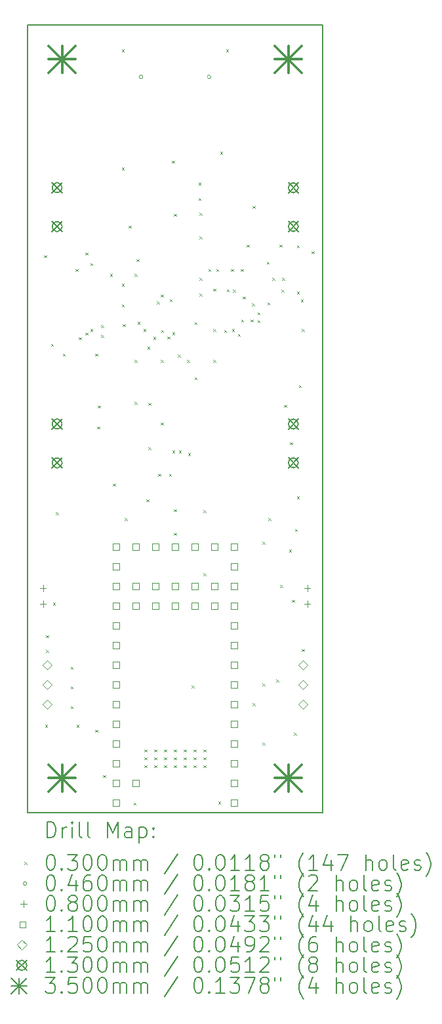
<source format=gbr>
%TF.GenerationSoftware,KiCad,Pcbnew,9.0.6*%
%TF.CreationDate,2025-12-24T12:44:06-06:00*%
%TF.ProjectId,TVC,5456432e-6b69-4636-9164-5f7063625858,rev?*%
%TF.SameCoordinates,Original*%
%TF.FileFunction,Drillmap*%
%TF.FilePolarity,Positive*%
%FSLAX45Y45*%
G04 Gerber Fmt 4.5, Leading zero omitted, Abs format (unit mm)*
G04 Created by KiCad (PCBNEW 9.0.6) date 2025-12-24 12:44:06*
%MOMM*%
%LPD*%
G01*
G04 APERTURE LIST*
%ADD10C,0.200000*%
%ADD11C,0.100000*%
%ADD12C,0.110000*%
%ADD13C,0.125000*%
%ADD14C,0.130000*%
%ADD15C,0.350000*%
G04 APERTURE END LIST*
D10*
X12851125Y-5016500D02*
X16661125Y-5016500D01*
X16661125Y-15176500D01*
X12851125Y-15176500D01*
X12851125Y-5016500D01*
D11*
X13066000Y-7986000D02*
X13096000Y-8016000D01*
X13096000Y-7986000D02*
X13066000Y-8016000D01*
X13078700Y-14043900D02*
X13108700Y-14073900D01*
X13108700Y-14043900D02*
X13078700Y-14073900D01*
X13091400Y-12888200D02*
X13121400Y-12918200D01*
X13121400Y-12888200D02*
X13091400Y-12918200D01*
X13091400Y-13078700D02*
X13121400Y-13108700D01*
X13121400Y-13078700D02*
X13091400Y-13108700D01*
X13153625Y-9129000D02*
X13183625Y-9159000D01*
X13183625Y-9129000D02*
X13153625Y-9159000D01*
X13180300Y-12469100D02*
X13210300Y-12499100D01*
X13210300Y-12469100D02*
X13180300Y-12499100D01*
X13218400Y-11300700D02*
X13248400Y-11330700D01*
X13248400Y-11300700D02*
X13218400Y-11330700D01*
X13306025Y-9256000D02*
X13336025Y-9286000D01*
X13336025Y-9256000D02*
X13306025Y-9286000D01*
X13408900Y-13294600D02*
X13438900Y-13324600D01*
X13438900Y-13294600D02*
X13408900Y-13324600D01*
X13408900Y-13548600D02*
X13438900Y-13578600D01*
X13438900Y-13548600D02*
X13408900Y-13578600D01*
X13408900Y-13802600D02*
X13438900Y-13832600D01*
X13438900Y-13802600D02*
X13408900Y-13832600D01*
X13472400Y-8163800D02*
X13502400Y-8193800D01*
X13502400Y-8163800D02*
X13472400Y-8193800D01*
X13485100Y-14043900D02*
X13515100Y-14073900D01*
X13515100Y-14043900D02*
X13485100Y-14073900D01*
X13513551Y-9044427D02*
X13543551Y-9074427D01*
X13543551Y-9044427D02*
X13513551Y-9074427D01*
X13598125Y-7952750D02*
X13628125Y-7982750D01*
X13628125Y-7952750D02*
X13598125Y-7982750D01*
X13598125Y-8984427D02*
X13628125Y-9014427D01*
X13628125Y-8984427D02*
X13598125Y-9014427D01*
X13662948Y-8087927D02*
X13692948Y-8117927D01*
X13692948Y-8087927D02*
X13662948Y-8117927D01*
X13662948Y-8937543D02*
X13692948Y-8967543D01*
X13692948Y-8937543D02*
X13662948Y-8967543D01*
X13725125Y-9256000D02*
X13755125Y-9286000D01*
X13755125Y-9256000D02*
X13725125Y-9286000D01*
X13726400Y-14107400D02*
X13756400Y-14137400D01*
X13756400Y-14107400D02*
X13726400Y-14137400D01*
X13751800Y-10195800D02*
X13781800Y-10225800D01*
X13781800Y-10195800D02*
X13751800Y-10225800D01*
X13757125Y-9923000D02*
X13787125Y-9953000D01*
X13787125Y-9923000D02*
X13757125Y-9953000D01*
X13802600Y-8887700D02*
X13832600Y-8917700D01*
X13832600Y-8887700D02*
X13802600Y-8917700D01*
X13802600Y-9014700D02*
X13832600Y-9044700D01*
X13832600Y-9014700D02*
X13802600Y-9044700D01*
X13828000Y-14691600D02*
X13858000Y-14721600D01*
X13858000Y-14691600D02*
X13828000Y-14721600D01*
X13916900Y-8227300D02*
X13946900Y-8257300D01*
X13946900Y-8227300D02*
X13916900Y-8257300D01*
X13955000Y-10932400D02*
X13985000Y-10962400D01*
X13985000Y-10932400D02*
X13955000Y-10962400D01*
X14069300Y-5331700D02*
X14099300Y-5361700D01*
X14099300Y-5331700D02*
X14069300Y-5361700D01*
X14069300Y-6855700D02*
X14099300Y-6885700D01*
X14099300Y-6855700D02*
X14069300Y-6885700D01*
X14069300Y-8354300D02*
X14099300Y-8384300D01*
X14099300Y-8354300D02*
X14069300Y-8384300D01*
X14069300Y-8621000D02*
X14099300Y-8651000D01*
X14099300Y-8621000D02*
X14069300Y-8651000D01*
X14080725Y-8875000D02*
X14110725Y-8905000D01*
X14110725Y-8875000D02*
X14080725Y-8905000D01*
X14106125Y-11376900D02*
X14136125Y-11406900D01*
X14136125Y-11376900D02*
X14106125Y-11406900D01*
X14158200Y-7605000D02*
X14188200Y-7635000D01*
X14188200Y-7605000D02*
X14158200Y-7635000D01*
X14221700Y-15047200D02*
X14251700Y-15077200D01*
X14251700Y-15047200D02*
X14221700Y-15077200D01*
X14233125Y-9336500D02*
X14263125Y-9366500D01*
X14263125Y-9336500D02*
X14233125Y-9366500D01*
X14233125Y-9878300D02*
X14263125Y-9908300D01*
X14263125Y-9878300D02*
X14233125Y-9908300D01*
X14234400Y-8227300D02*
X14264400Y-8257300D01*
X14264400Y-8227300D02*
X14234400Y-8257300D01*
X14259800Y-8036800D02*
X14289800Y-8066800D01*
X14289800Y-8036800D02*
X14259800Y-8066800D01*
X14271225Y-8845250D02*
X14301225Y-8875250D01*
X14301225Y-8845250D02*
X14271225Y-8875250D01*
X14348700Y-8938500D02*
X14378700Y-8968500D01*
X14378700Y-8938500D02*
X14348700Y-8968500D01*
X14360125Y-14463000D02*
X14390125Y-14493000D01*
X14390125Y-14463000D02*
X14360125Y-14493000D01*
X14361400Y-14361400D02*
X14391400Y-14391400D01*
X14391400Y-14361400D02*
X14361400Y-14391400D01*
X14361400Y-14564600D02*
X14391400Y-14594600D01*
X14391400Y-14564600D02*
X14361400Y-14594600D01*
X14386800Y-11135600D02*
X14416800Y-11165600D01*
X14416800Y-11135600D02*
X14386800Y-11165600D01*
X14399500Y-9167100D02*
X14429500Y-9197100D01*
X14429500Y-9167100D02*
X14399500Y-9197100D01*
X14412200Y-9891000D02*
X14442200Y-9921000D01*
X14442200Y-9891000D02*
X14412200Y-9921000D01*
X14412200Y-10462500D02*
X14442200Y-10492500D01*
X14442200Y-10462500D02*
X14412200Y-10492500D01*
X14474425Y-9040100D02*
X14504425Y-9070100D01*
X14504425Y-9040100D02*
X14474425Y-9070100D01*
X14487125Y-14463000D02*
X14517125Y-14493000D01*
X14517125Y-14463000D02*
X14487125Y-14493000D01*
X14488400Y-14361400D02*
X14518400Y-14391400D01*
X14518400Y-14361400D02*
X14488400Y-14391400D01*
X14488400Y-14564600D02*
X14518400Y-14594600D01*
X14518400Y-14564600D02*
X14488400Y-14594600D01*
X14521725Y-8582900D02*
X14551725Y-8612900D01*
X14551725Y-8582900D02*
X14521725Y-8612900D01*
X14537925Y-10805400D02*
X14567925Y-10835400D01*
X14567925Y-10805400D02*
X14537925Y-10835400D01*
X14571125Y-9336500D02*
X14601125Y-9366500D01*
X14601125Y-9336500D02*
X14571125Y-9366500D01*
X14571792Y-8494000D02*
X14601792Y-8524000D01*
X14601792Y-8494000D02*
X14571792Y-8524000D01*
X14571792Y-10145000D02*
X14601792Y-10175000D01*
X14601792Y-10145000D02*
X14571792Y-10175000D01*
X14577300Y-8951200D02*
X14607300Y-8981200D01*
X14607300Y-8951200D02*
X14577300Y-8981200D01*
X14614125Y-14463000D02*
X14644125Y-14493000D01*
X14644125Y-14463000D02*
X14614125Y-14493000D01*
X14615400Y-14361400D02*
X14645400Y-14391400D01*
X14645400Y-14361400D02*
X14615400Y-14391400D01*
X14615400Y-14564600D02*
X14645400Y-14594600D01*
X14645400Y-14564600D02*
X14615400Y-14594600D01*
X14654509Y-9037750D02*
X14684509Y-9067750D01*
X14684509Y-9037750D02*
X14654509Y-9067750D01*
X14677625Y-10805400D02*
X14707625Y-10835400D01*
X14707625Y-10805400D02*
X14677625Y-10835400D01*
X14685139Y-8554702D02*
X14715139Y-8584702D01*
X14715139Y-8554702D02*
X14685139Y-8584702D01*
X14717000Y-6766800D02*
X14747000Y-6796800D01*
X14747000Y-6766800D02*
X14717000Y-6796800D01*
X14719875Y-8980750D02*
X14749875Y-9010750D01*
X14749875Y-8980750D02*
X14719875Y-9010750D01*
X14719875Y-10504750D02*
X14749875Y-10534750D01*
X14749875Y-10504750D02*
X14719875Y-10534750D01*
X14741125Y-7452600D02*
X14771125Y-7482600D01*
X14771125Y-7452600D02*
X14741125Y-7482600D01*
X14741125Y-14463000D02*
X14771125Y-14493000D01*
X14771125Y-14463000D02*
X14741125Y-14493000D01*
X14742400Y-11262600D02*
X14772400Y-11292600D01*
X14772400Y-11262600D02*
X14742400Y-11292600D01*
X14742400Y-11567400D02*
X14772400Y-11597400D01*
X14772400Y-11567400D02*
X14742400Y-11597400D01*
X14742400Y-14361400D02*
X14772400Y-14391400D01*
X14772400Y-14361400D02*
X14742400Y-14391400D01*
X14742400Y-14564600D02*
X14772400Y-14594600D01*
X14772400Y-14564600D02*
X14742400Y-14594600D01*
X14791925Y-9268700D02*
X14821925Y-9298700D01*
X14821925Y-9268700D02*
X14791925Y-9298700D01*
X14804625Y-10504750D02*
X14834625Y-10534750D01*
X14834625Y-10504750D02*
X14804625Y-10534750D01*
X14868125Y-14463000D02*
X14898125Y-14493000D01*
X14898125Y-14463000D02*
X14868125Y-14493000D01*
X14869400Y-14361400D02*
X14899400Y-14391400D01*
X14899400Y-14361400D02*
X14869400Y-14391400D01*
X14869400Y-14564600D02*
X14899400Y-14594600D01*
X14899400Y-14564600D02*
X14869400Y-14594600D01*
X14910125Y-9336500D02*
X14940125Y-9366500D01*
X14940125Y-9336500D02*
X14910125Y-9366500D01*
X14921176Y-10536449D02*
X14951176Y-10566449D01*
X14951176Y-10536449D02*
X14921176Y-10566449D01*
X14969725Y-13535900D02*
X14999725Y-13565900D01*
X14999725Y-13535900D02*
X14969725Y-13565900D01*
X14995125Y-14463000D02*
X15025125Y-14493000D01*
X15025125Y-14463000D02*
X14995125Y-14493000D01*
X14996400Y-14361400D02*
X15026400Y-14391400D01*
X15026400Y-14361400D02*
X14996400Y-14391400D01*
X14996400Y-14564600D02*
X15026400Y-14594600D01*
X15026400Y-14564600D02*
X14996400Y-14594600D01*
X15007825Y-8849600D02*
X15037825Y-8879600D01*
X15037825Y-8849600D02*
X15007825Y-8879600D01*
X15007958Y-9560800D02*
X15037958Y-9590800D01*
X15037958Y-9560800D02*
X15007958Y-9590800D01*
X15058625Y-7051000D02*
X15088625Y-7081000D01*
X15088625Y-7051000D02*
X15058625Y-7081000D01*
X15058625Y-7251000D02*
X15088625Y-7281000D01*
X15088625Y-7251000D02*
X15058625Y-7281000D01*
X15071325Y-7744700D02*
X15101325Y-7774700D01*
X15101325Y-7744700D02*
X15071325Y-7774700D01*
X15071325Y-8278100D02*
X15101325Y-8308100D01*
X15101325Y-8278100D02*
X15071325Y-8308100D01*
X15071325Y-8481300D02*
X15101325Y-8511300D01*
X15101325Y-8481300D02*
X15071325Y-8511300D01*
X15072600Y-7439900D02*
X15102600Y-7469900D01*
X15102600Y-7439900D02*
X15072600Y-7469900D01*
X15122125Y-11275300D02*
X15152125Y-11305300D01*
X15152125Y-11275300D02*
X15122125Y-11305300D01*
X15122125Y-12088100D02*
X15152125Y-12118100D01*
X15152125Y-12088100D02*
X15122125Y-12118100D01*
X15122125Y-14463000D02*
X15152125Y-14493000D01*
X15152125Y-14463000D02*
X15122125Y-14493000D01*
X15123400Y-14361400D02*
X15153400Y-14391400D01*
X15153400Y-14361400D02*
X15123400Y-14391400D01*
X15123400Y-14564600D02*
X15153400Y-14594600D01*
X15153400Y-14564600D02*
X15123400Y-14594600D01*
X15186900Y-8163800D02*
X15216900Y-8193800D01*
X15216900Y-8163800D02*
X15186900Y-8193800D01*
X15249125Y-9336500D02*
X15279125Y-9366500D01*
X15279125Y-9336500D02*
X15249125Y-9366500D01*
X15250400Y-8417800D02*
X15280400Y-8447800D01*
X15280400Y-8417800D02*
X15250400Y-8447800D01*
X15250400Y-8938500D02*
X15280400Y-8968500D01*
X15280400Y-8938500D02*
X15250400Y-8968500D01*
X15288500Y-8163800D02*
X15318500Y-8193800D01*
X15318500Y-8163800D02*
X15288500Y-8193800D01*
X15313900Y-15034500D02*
X15343900Y-15064500D01*
X15343900Y-15034500D02*
X15313900Y-15064500D01*
X15339300Y-6652500D02*
X15369300Y-6682500D01*
X15369300Y-6652500D02*
X15339300Y-6682500D01*
X15390100Y-8951200D02*
X15420100Y-8981200D01*
X15420100Y-8951200D02*
X15390100Y-8981200D01*
X15415500Y-5331700D02*
X15445500Y-5361700D01*
X15445500Y-5331700D02*
X15415500Y-5361700D01*
X15420638Y-8428193D02*
X15450638Y-8458193D01*
X15450638Y-8428193D02*
X15420638Y-8458193D01*
X15479000Y-8163800D02*
X15509000Y-8193800D01*
X15509000Y-8163800D02*
X15479000Y-8193800D01*
X15489515Y-8938500D02*
X15519515Y-8968500D01*
X15519515Y-8938500D02*
X15489515Y-8968500D01*
X15503125Y-8430500D02*
X15533125Y-8460500D01*
X15533125Y-8430500D02*
X15503125Y-8460500D01*
X15566625Y-9002000D02*
X15596625Y-9032000D01*
X15596625Y-9002000D02*
X15566625Y-9032000D01*
X15606000Y-8163800D02*
X15636000Y-8193800D01*
X15636000Y-8163800D02*
X15606000Y-8193800D01*
X15609500Y-8816000D02*
X15639500Y-8846000D01*
X15639500Y-8816000D02*
X15609500Y-8846000D01*
X15631400Y-8519400D02*
X15661400Y-8549400D01*
X15661400Y-8519400D02*
X15631400Y-8549400D01*
X15680925Y-7851000D02*
X15710925Y-7881000D01*
X15710925Y-7851000D02*
X15680925Y-7881000D01*
X15729500Y-8816000D02*
X15759500Y-8846000D01*
X15759500Y-8816000D02*
X15729500Y-8846000D01*
X15746448Y-8610324D02*
X15776448Y-8640324D01*
X15776448Y-8610324D02*
X15746448Y-8640324D01*
X15757125Y-13764500D02*
X15787125Y-13794500D01*
X15787125Y-13764500D02*
X15757125Y-13794500D01*
X15758400Y-7351000D02*
X15788400Y-7381000D01*
X15788400Y-7351000D02*
X15758400Y-7381000D01*
X15820625Y-8722600D02*
X15850625Y-8752600D01*
X15850625Y-8722600D02*
X15820625Y-8752600D01*
X15821900Y-8824200D02*
X15851900Y-8854200D01*
X15851900Y-8824200D02*
X15821900Y-8854200D01*
X15884125Y-11681700D02*
X15914125Y-11711700D01*
X15914125Y-11681700D02*
X15884125Y-11711700D01*
X15884125Y-14272500D02*
X15914125Y-14302500D01*
X15914125Y-14272500D02*
X15884125Y-14302500D01*
X15885400Y-13510500D02*
X15915400Y-13540500D01*
X15915400Y-13510500D02*
X15885400Y-13540500D01*
X15939350Y-8071750D02*
X15969350Y-8101750D01*
X15969350Y-8071750D02*
X15939350Y-8101750D01*
X15947625Y-8595600D02*
X15977625Y-8625600D01*
X15977625Y-8595600D02*
X15947625Y-8625600D01*
X15960325Y-11376900D02*
X15990325Y-11406900D01*
X15990325Y-11376900D02*
X15960325Y-11406900D01*
X16011125Y-8278100D02*
X16041125Y-8308100D01*
X16041125Y-8278100D02*
X16011125Y-8308100D01*
X16061925Y-13459700D02*
X16091925Y-13489700D01*
X16091925Y-13459700D02*
X16061925Y-13489700D01*
X16104725Y-7851000D02*
X16134725Y-7881000D01*
X16134725Y-7851000D02*
X16104725Y-7881000D01*
X16112725Y-12240500D02*
X16142725Y-12270500D01*
X16142725Y-12240500D02*
X16112725Y-12270500D01*
X16127448Y-8430500D02*
X16157448Y-8460500D01*
X16157448Y-8430500D02*
X16127448Y-8460500D01*
X16138125Y-8278100D02*
X16168125Y-8308100D01*
X16168125Y-8278100D02*
X16138125Y-8308100D01*
X16164800Y-9916400D02*
X16194800Y-9946400D01*
X16194800Y-9916400D02*
X16164800Y-9946400D01*
X16228300Y-11783300D02*
X16258300Y-11813300D01*
X16258300Y-11783300D02*
X16228300Y-11813300D01*
X16241000Y-10399000D02*
X16271000Y-10429000D01*
X16271000Y-10399000D02*
X16241000Y-10429000D01*
X16266400Y-12431000D02*
X16296400Y-12461000D01*
X16296400Y-12431000D02*
X16266400Y-12461000D01*
X16290525Y-14145500D02*
X16320525Y-14175500D01*
X16320525Y-14145500D02*
X16290525Y-14175500D01*
X16304500Y-11516600D02*
X16334500Y-11546600D01*
X16334500Y-11516600D02*
X16304500Y-11546600D01*
X16329900Y-7859000D02*
X16359900Y-7889000D01*
X16359900Y-7859000D02*
X16329900Y-7889000D01*
X16329900Y-8455900D02*
X16359900Y-8485900D01*
X16359900Y-8455900D02*
X16329900Y-8485900D01*
X16329900Y-11097500D02*
X16359900Y-11127500D01*
X16359900Y-11097500D02*
X16329900Y-11127500D01*
X16355300Y-9662400D02*
X16385300Y-9692400D01*
X16385300Y-9662400D02*
X16355300Y-9692400D01*
X16379425Y-8557500D02*
X16409425Y-8587500D01*
X16409425Y-8557500D02*
X16379425Y-8587500D01*
X16392125Y-8938500D02*
X16422125Y-8968500D01*
X16422125Y-8938500D02*
X16392125Y-8968500D01*
X16393400Y-13066000D02*
X16423400Y-13096000D01*
X16423400Y-13066000D02*
X16393400Y-13096000D01*
X16520400Y-7935200D02*
X16550400Y-7965200D01*
X16550400Y-7935200D02*
X16520400Y-7965200D01*
X14339125Y-5685500D02*
G75*
G02*
X14293125Y-5685500I-23000J0D01*
G01*
X14293125Y-5685500D02*
G75*
G02*
X14339125Y-5685500I23000J0D01*
G01*
X15215125Y-5685500D02*
G75*
G02*
X15169125Y-5685500I-23000J0D01*
G01*
X15169125Y-5685500D02*
G75*
G02*
X15215125Y-5685500I23000J0D01*
G01*
X13050125Y-12242500D02*
X13050125Y-12322500D01*
X13010125Y-12282500D02*
X13090125Y-12282500D01*
X13050125Y-12442500D02*
X13050125Y-12522500D01*
X13010125Y-12482500D02*
X13090125Y-12482500D01*
X16462125Y-12242500D02*
X16462125Y-12322500D01*
X16422125Y-12282500D02*
X16502125Y-12282500D01*
X16462125Y-12442500D02*
X16462125Y-12522500D01*
X16422125Y-12482500D02*
X16502125Y-12482500D01*
D12*
X14033016Y-11786391D02*
X14033016Y-11708609D01*
X13955234Y-11708609D01*
X13955234Y-11786391D01*
X14033016Y-11786391D01*
X14033016Y-12040391D02*
X14033016Y-11962609D01*
X13955234Y-11962609D01*
X13955234Y-12040391D01*
X14033016Y-12040391D01*
X14033016Y-12294391D02*
X14033016Y-12216609D01*
X13955234Y-12216609D01*
X13955234Y-12294391D01*
X14033016Y-12294391D01*
X14033016Y-12548391D02*
X14033016Y-12470609D01*
X13955234Y-12470609D01*
X13955234Y-12548391D01*
X14033016Y-12548391D01*
X14033016Y-12802391D02*
X14033016Y-12724609D01*
X13955234Y-12724609D01*
X13955234Y-12802391D01*
X14033016Y-12802391D01*
X14033016Y-13056391D02*
X14033016Y-12978609D01*
X13955234Y-12978609D01*
X13955234Y-13056391D01*
X14033016Y-13056391D01*
X14033016Y-13310391D02*
X14033016Y-13232609D01*
X13955234Y-13232609D01*
X13955234Y-13310391D01*
X14033016Y-13310391D01*
X14033016Y-13564391D02*
X14033016Y-13486609D01*
X13955234Y-13486609D01*
X13955234Y-13564391D01*
X14033016Y-13564391D01*
X14033016Y-13818391D02*
X14033016Y-13740609D01*
X13955234Y-13740609D01*
X13955234Y-13818391D01*
X14033016Y-13818391D01*
X14033016Y-14072391D02*
X14033016Y-13994609D01*
X13955234Y-13994609D01*
X13955234Y-14072391D01*
X14033016Y-14072391D01*
X14033016Y-14326391D02*
X14033016Y-14248609D01*
X13955234Y-14248609D01*
X13955234Y-14326391D01*
X14033016Y-14326391D01*
X14033016Y-14580391D02*
X14033016Y-14502609D01*
X13955234Y-14502609D01*
X13955234Y-14580391D01*
X14033016Y-14580391D01*
X14033016Y-14834391D02*
X14033016Y-14756609D01*
X13955234Y-14756609D01*
X13955234Y-14834391D01*
X14033016Y-14834391D01*
X14033016Y-15088391D02*
X14033016Y-15010609D01*
X13955234Y-15010609D01*
X13955234Y-15088391D01*
X14033016Y-15088391D01*
X14287016Y-11786391D02*
X14287016Y-11708609D01*
X14209234Y-11708609D01*
X14209234Y-11786391D01*
X14287016Y-11786391D01*
X14287016Y-12294391D02*
X14287016Y-12216609D01*
X14209234Y-12216609D01*
X14209234Y-12294391D01*
X14287016Y-12294391D01*
X14287016Y-12548391D02*
X14287016Y-12470609D01*
X14209234Y-12470609D01*
X14209234Y-12548391D01*
X14287016Y-12548391D01*
X14287016Y-14834391D02*
X14287016Y-14756609D01*
X14209234Y-14756609D01*
X14209234Y-14834391D01*
X14287016Y-14834391D01*
X14541016Y-11786391D02*
X14541016Y-11708609D01*
X14463234Y-11708609D01*
X14463234Y-11786391D01*
X14541016Y-11786391D01*
X14541016Y-12294391D02*
X14541016Y-12216609D01*
X14463234Y-12216609D01*
X14463234Y-12294391D01*
X14541016Y-12294391D01*
X14541016Y-12548391D02*
X14541016Y-12470609D01*
X14463234Y-12470609D01*
X14463234Y-12548391D01*
X14541016Y-12548391D01*
X14795016Y-11786391D02*
X14795016Y-11708609D01*
X14717234Y-11708609D01*
X14717234Y-11786391D01*
X14795016Y-11786391D01*
X14795016Y-12294391D02*
X14795016Y-12216609D01*
X14717234Y-12216609D01*
X14717234Y-12294391D01*
X14795016Y-12294391D01*
X14795016Y-12548391D02*
X14795016Y-12470609D01*
X14717234Y-12470609D01*
X14717234Y-12548391D01*
X14795016Y-12548391D01*
X15049016Y-11786391D02*
X15049016Y-11708609D01*
X14971234Y-11708609D01*
X14971234Y-11786391D01*
X15049016Y-11786391D01*
X15049016Y-12294391D02*
X15049016Y-12216609D01*
X14971234Y-12216609D01*
X14971234Y-12294391D01*
X15049016Y-12294391D01*
X15049016Y-12548391D02*
X15049016Y-12470609D01*
X14971234Y-12470609D01*
X14971234Y-12548391D01*
X15049016Y-12548391D01*
X15303016Y-11786391D02*
X15303016Y-11708609D01*
X15225234Y-11708609D01*
X15225234Y-11786391D01*
X15303016Y-11786391D01*
X15303016Y-12294391D02*
X15303016Y-12216609D01*
X15225234Y-12216609D01*
X15225234Y-12294391D01*
X15303016Y-12294391D01*
X15303016Y-12548391D02*
X15303016Y-12470609D01*
X15225234Y-12470609D01*
X15225234Y-12548391D01*
X15303016Y-12548391D01*
X15557016Y-11786391D02*
X15557016Y-11708609D01*
X15479234Y-11708609D01*
X15479234Y-11786391D01*
X15557016Y-11786391D01*
X15557016Y-12040391D02*
X15557016Y-11962609D01*
X15479234Y-11962609D01*
X15479234Y-12040391D01*
X15557016Y-12040391D01*
X15557016Y-12294391D02*
X15557016Y-12216609D01*
X15479234Y-12216609D01*
X15479234Y-12294391D01*
X15557016Y-12294391D01*
X15557016Y-12548391D02*
X15557016Y-12470609D01*
X15479234Y-12470609D01*
X15479234Y-12548391D01*
X15557016Y-12548391D01*
X15557016Y-12802391D02*
X15557016Y-12724609D01*
X15479234Y-12724609D01*
X15479234Y-12802391D01*
X15557016Y-12802391D01*
X15557016Y-13056391D02*
X15557016Y-12978609D01*
X15479234Y-12978609D01*
X15479234Y-13056391D01*
X15557016Y-13056391D01*
X15557016Y-13310391D02*
X15557016Y-13232609D01*
X15479234Y-13232609D01*
X15479234Y-13310391D01*
X15557016Y-13310391D01*
X15557016Y-13564391D02*
X15557016Y-13486609D01*
X15479234Y-13486609D01*
X15479234Y-13564391D01*
X15557016Y-13564391D01*
X15557016Y-13818391D02*
X15557016Y-13740609D01*
X15479234Y-13740609D01*
X15479234Y-13818391D01*
X15557016Y-13818391D01*
X15557016Y-14072391D02*
X15557016Y-13994609D01*
X15479234Y-13994609D01*
X15479234Y-14072391D01*
X15557016Y-14072391D01*
X15557016Y-14326391D02*
X15557016Y-14248609D01*
X15479234Y-14248609D01*
X15479234Y-14326391D01*
X15557016Y-14326391D01*
X15557016Y-14580391D02*
X15557016Y-14502609D01*
X15479234Y-14502609D01*
X15479234Y-14580391D01*
X15557016Y-14580391D01*
X15557016Y-14834391D02*
X15557016Y-14756609D01*
X15479234Y-14756609D01*
X15479234Y-14834391D01*
X15557016Y-14834391D01*
X15557016Y-15088391D02*
X15557016Y-15010609D01*
X15479234Y-15010609D01*
X15479234Y-15088391D01*
X15557016Y-15088391D01*
D13*
X13105125Y-13334000D02*
X13167625Y-13271500D01*
X13105125Y-13209000D01*
X13042625Y-13271500D01*
X13105125Y-13334000D01*
X13105125Y-13588000D02*
X13167625Y-13525500D01*
X13105125Y-13463000D01*
X13042625Y-13525500D01*
X13105125Y-13588000D01*
X13105125Y-13842000D02*
X13167625Y-13779500D01*
X13105125Y-13717000D01*
X13042625Y-13779500D01*
X13105125Y-13842000D01*
X16407125Y-13334000D02*
X16469625Y-13271500D01*
X16407125Y-13209000D01*
X16344625Y-13271500D01*
X16407125Y-13334000D01*
X16407125Y-13588000D02*
X16469625Y-13525500D01*
X16407125Y-13463000D01*
X16344625Y-13525500D01*
X16407125Y-13588000D01*
X16407125Y-13842000D02*
X16469625Y-13779500D01*
X16407125Y-13717000D01*
X16344625Y-13779500D01*
X16407125Y-13842000D01*
D14*
X13167125Y-7051000D02*
X13297125Y-7181000D01*
X13297125Y-7051000D02*
X13167125Y-7181000D01*
X13297125Y-7116000D02*
G75*
G02*
X13167125Y-7116000I-65000J0D01*
G01*
X13167125Y-7116000D02*
G75*
G02*
X13297125Y-7116000I65000J0D01*
G01*
X13167125Y-7551000D02*
X13297125Y-7681000D01*
X13297125Y-7551000D02*
X13167125Y-7681000D01*
X13297125Y-7616000D02*
G75*
G02*
X13167125Y-7616000I-65000J0D01*
G01*
X13167125Y-7616000D02*
G75*
G02*
X13297125Y-7616000I65000J0D01*
G01*
X13167125Y-10099000D02*
X13297125Y-10229000D01*
X13297125Y-10099000D02*
X13167125Y-10229000D01*
X13297125Y-10164000D02*
G75*
G02*
X13167125Y-10164000I-65000J0D01*
G01*
X13167125Y-10164000D02*
G75*
G02*
X13297125Y-10164000I65000J0D01*
G01*
X13167125Y-10599000D02*
X13297125Y-10729000D01*
X13297125Y-10599000D02*
X13167125Y-10729000D01*
X13297125Y-10664000D02*
G75*
G02*
X13167125Y-10664000I-65000J0D01*
G01*
X13167125Y-10664000D02*
G75*
G02*
X13297125Y-10664000I65000J0D01*
G01*
X16216400Y-7051000D02*
X16346400Y-7181000D01*
X16346400Y-7051000D02*
X16216400Y-7181000D01*
X16346400Y-7116000D02*
G75*
G02*
X16216400Y-7116000I-65000J0D01*
G01*
X16216400Y-7116000D02*
G75*
G02*
X16346400Y-7116000I65000J0D01*
G01*
X16216400Y-7551000D02*
X16346400Y-7681000D01*
X16346400Y-7551000D02*
X16216400Y-7681000D01*
X16346400Y-7616000D02*
G75*
G02*
X16216400Y-7616000I-65000J0D01*
G01*
X16216400Y-7616000D02*
G75*
G02*
X16346400Y-7616000I65000J0D01*
G01*
X16216400Y-10099000D02*
X16346400Y-10229000D01*
X16346400Y-10099000D02*
X16216400Y-10229000D01*
X16346400Y-10164000D02*
G75*
G02*
X16216400Y-10164000I-65000J0D01*
G01*
X16216400Y-10164000D02*
G75*
G02*
X16346400Y-10164000I65000J0D01*
G01*
X16216400Y-10599000D02*
X16346400Y-10729000D01*
X16346400Y-10599000D02*
X16216400Y-10729000D01*
X16346400Y-10664000D02*
G75*
G02*
X16216400Y-10664000I-65000J0D01*
G01*
X16216400Y-10664000D02*
G75*
G02*
X16346400Y-10664000I65000J0D01*
G01*
D15*
X13120625Y-5286000D02*
X13470625Y-5636000D01*
X13470625Y-5286000D02*
X13120625Y-5636000D01*
X13295625Y-5286000D02*
X13295625Y-5636000D01*
X13120625Y-5461000D02*
X13470625Y-5461000D01*
X13120625Y-14557000D02*
X13470625Y-14907000D01*
X13470625Y-14557000D02*
X13120625Y-14907000D01*
X13295625Y-14557000D02*
X13295625Y-14907000D01*
X13120625Y-14732000D02*
X13470625Y-14732000D01*
X16041625Y-5286000D02*
X16391625Y-5636000D01*
X16391625Y-5286000D02*
X16041625Y-5636000D01*
X16216625Y-5286000D02*
X16216625Y-5636000D01*
X16041625Y-5461000D02*
X16391625Y-5461000D01*
X16041625Y-14557000D02*
X16391625Y-14907000D01*
X16391625Y-14557000D02*
X16041625Y-14907000D01*
X16216625Y-14557000D02*
X16216625Y-14907000D01*
X16041625Y-14732000D02*
X16391625Y-14732000D01*
D10*
X13101902Y-15497984D02*
X13101902Y-15297984D01*
X13101902Y-15297984D02*
X13149521Y-15297984D01*
X13149521Y-15297984D02*
X13178092Y-15307508D01*
X13178092Y-15307508D02*
X13197140Y-15326555D01*
X13197140Y-15326555D02*
X13206664Y-15345603D01*
X13206664Y-15345603D02*
X13216187Y-15383698D01*
X13216187Y-15383698D02*
X13216187Y-15412269D01*
X13216187Y-15412269D02*
X13206664Y-15450365D01*
X13206664Y-15450365D02*
X13197140Y-15469412D01*
X13197140Y-15469412D02*
X13178092Y-15488460D01*
X13178092Y-15488460D02*
X13149521Y-15497984D01*
X13149521Y-15497984D02*
X13101902Y-15497984D01*
X13301902Y-15497984D02*
X13301902Y-15364650D01*
X13301902Y-15402746D02*
X13311426Y-15383698D01*
X13311426Y-15383698D02*
X13320949Y-15374174D01*
X13320949Y-15374174D02*
X13339997Y-15364650D01*
X13339997Y-15364650D02*
X13359045Y-15364650D01*
X13425711Y-15497984D02*
X13425711Y-15364650D01*
X13425711Y-15297984D02*
X13416187Y-15307508D01*
X13416187Y-15307508D02*
X13425711Y-15317031D01*
X13425711Y-15317031D02*
X13435235Y-15307508D01*
X13435235Y-15307508D02*
X13425711Y-15297984D01*
X13425711Y-15297984D02*
X13425711Y-15317031D01*
X13549521Y-15497984D02*
X13530473Y-15488460D01*
X13530473Y-15488460D02*
X13520949Y-15469412D01*
X13520949Y-15469412D02*
X13520949Y-15297984D01*
X13654283Y-15497984D02*
X13635235Y-15488460D01*
X13635235Y-15488460D02*
X13625711Y-15469412D01*
X13625711Y-15469412D02*
X13625711Y-15297984D01*
X13882854Y-15497984D02*
X13882854Y-15297984D01*
X13882854Y-15297984D02*
X13949521Y-15440841D01*
X13949521Y-15440841D02*
X14016187Y-15297984D01*
X14016187Y-15297984D02*
X14016187Y-15497984D01*
X14197140Y-15497984D02*
X14197140Y-15393222D01*
X14197140Y-15393222D02*
X14187616Y-15374174D01*
X14187616Y-15374174D02*
X14168568Y-15364650D01*
X14168568Y-15364650D02*
X14130473Y-15364650D01*
X14130473Y-15364650D02*
X14111426Y-15374174D01*
X14197140Y-15488460D02*
X14178092Y-15497984D01*
X14178092Y-15497984D02*
X14130473Y-15497984D01*
X14130473Y-15497984D02*
X14111426Y-15488460D01*
X14111426Y-15488460D02*
X14101902Y-15469412D01*
X14101902Y-15469412D02*
X14101902Y-15450365D01*
X14101902Y-15450365D02*
X14111426Y-15431317D01*
X14111426Y-15431317D02*
X14130473Y-15421793D01*
X14130473Y-15421793D02*
X14178092Y-15421793D01*
X14178092Y-15421793D02*
X14197140Y-15412269D01*
X14292378Y-15364650D02*
X14292378Y-15564650D01*
X14292378Y-15374174D02*
X14311426Y-15364650D01*
X14311426Y-15364650D02*
X14349521Y-15364650D01*
X14349521Y-15364650D02*
X14368568Y-15374174D01*
X14368568Y-15374174D02*
X14378092Y-15383698D01*
X14378092Y-15383698D02*
X14387616Y-15402746D01*
X14387616Y-15402746D02*
X14387616Y-15459888D01*
X14387616Y-15459888D02*
X14378092Y-15478936D01*
X14378092Y-15478936D02*
X14368568Y-15488460D01*
X14368568Y-15488460D02*
X14349521Y-15497984D01*
X14349521Y-15497984D02*
X14311426Y-15497984D01*
X14311426Y-15497984D02*
X14292378Y-15488460D01*
X14473330Y-15478936D02*
X14482854Y-15488460D01*
X14482854Y-15488460D02*
X14473330Y-15497984D01*
X14473330Y-15497984D02*
X14463807Y-15488460D01*
X14463807Y-15488460D02*
X14473330Y-15478936D01*
X14473330Y-15478936D02*
X14473330Y-15497984D01*
X14473330Y-15374174D02*
X14482854Y-15383698D01*
X14482854Y-15383698D02*
X14473330Y-15393222D01*
X14473330Y-15393222D02*
X14463807Y-15383698D01*
X14463807Y-15383698D02*
X14473330Y-15374174D01*
X14473330Y-15374174D02*
X14473330Y-15393222D01*
D11*
X12811125Y-15811500D02*
X12841125Y-15841500D01*
X12841125Y-15811500D02*
X12811125Y-15841500D01*
D10*
X13139997Y-15717984D02*
X13159045Y-15717984D01*
X13159045Y-15717984D02*
X13178092Y-15727508D01*
X13178092Y-15727508D02*
X13187616Y-15737031D01*
X13187616Y-15737031D02*
X13197140Y-15756079D01*
X13197140Y-15756079D02*
X13206664Y-15794174D01*
X13206664Y-15794174D02*
X13206664Y-15841793D01*
X13206664Y-15841793D02*
X13197140Y-15879888D01*
X13197140Y-15879888D02*
X13187616Y-15898936D01*
X13187616Y-15898936D02*
X13178092Y-15908460D01*
X13178092Y-15908460D02*
X13159045Y-15917984D01*
X13159045Y-15917984D02*
X13139997Y-15917984D01*
X13139997Y-15917984D02*
X13120949Y-15908460D01*
X13120949Y-15908460D02*
X13111426Y-15898936D01*
X13111426Y-15898936D02*
X13101902Y-15879888D01*
X13101902Y-15879888D02*
X13092378Y-15841793D01*
X13092378Y-15841793D02*
X13092378Y-15794174D01*
X13092378Y-15794174D02*
X13101902Y-15756079D01*
X13101902Y-15756079D02*
X13111426Y-15737031D01*
X13111426Y-15737031D02*
X13120949Y-15727508D01*
X13120949Y-15727508D02*
X13139997Y-15717984D01*
X13292378Y-15898936D02*
X13301902Y-15908460D01*
X13301902Y-15908460D02*
X13292378Y-15917984D01*
X13292378Y-15917984D02*
X13282854Y-15908460D01*
X13282854Y-15908460D02*
X13292378Y-15898936D01*
X13292378Y-15898936D02*
X13292378Y-15917984D01*
X13368568Y-15717984D02*
X13492378Y-15717984D01*
X13492378Y-15717984D02*
X13425711Y-15794174D01*
X13425711Y-15794174D02*
X13454283Y-15794174D01*
X13454283Y-15794174D02*
X13473330Y-15803698D01*
X13473330Y-15803698D02*
X13482854Y-15813222D01*
X13482854Y-15813222D02*
X13492378Y-15832269D01*
X13492378Y-15832269D02*
X13492378Y-15879888D01*
X13492378Y-15879888D02*
X13482854Y-15898936D01*
X13482854Y-15898936D02*
X13473330Y-15908460D01*
X13473330Y-15908460D02*
X13454283Y-15917984D01*
X13454283Y-15917984D02*
X13397140Y-15917984D01*
X13397140Y-15917984D02*
X13378092Y-15908460D01*
X13378092Y-15908460D02*
X13368568Y-15898936D01*
X13616187Y-15717984D02*
X13635235Y-15717984D01*
X13635235Y-15717984D02*
X13654283Y-15727508D01*
X13654283Y-15727508D02*
X13663807Y-15737031D01*
X13663807Y-15737031D02*
X13673330Y-15756079D01*
X13673330Y-15756079D02*
X13682854Y-15794174D01*
X13682854Y-15794174D02*
X13682854Y-15841793D01*
X13682854Y-15841793D02*
X13673330Y-15879888D01*
X13673330Y-15879888D02*
X13663807Y-15898936D01*
X13663807Y-15898936D02*
X13654283Y-15908460D01*
X13654283Y-15908460D02*
X13635235Y-15917984D01*
X13635235Y-15917984D02*
X13616187Y-15917984D01*
X13616187Y-15917984D02*
X13597140Y-15908460D01*
X13597140Y-15908460D02*
X13587616Y-15898936D01*
X13587616Y-15898936D02*
X13578092Y-15879888D01*
X13578092Y-15879888D02*
X13568568Y-15841793D01*
X13568568Y-15841793D02*
X13568568Y-15794174D01*
X13568568Y-15794174D02*
X13578092Y-15756079D01*
X13578092Y-15756079D02*
X13587616Y-15737031D01*
X13587616Y-15737031D02*
X13597140Y-15727508D01*
X13597140Y-15727508D02*
X13616187Y-15717984D01*
X13806664Y-15717984D02*
X13825711Y-15717984D01*
X13825711Y-15717984D02*
X13844759Y-15727508D01*
X13844759Y-15727508D02*
X13854283Y-15737031D01*
X13854283Y-15737031D02*
X13863807Y-15756079D01*
X13863807Y-15756079D02*
X13873330Y-15794174D01*
X13873330Y-15794174D02*
X13873330Y-15841793D01*
X13873330Y-15841793D02*
X13863807Y-15879888D01*
X13863807Y-15879888D02*
X13854283Y-15898936D01*
X13854283Y-15898936D02*
X13844759Y-15908460D01*
X13844759Y-15908460D02*
X13825711Y-15917984D01*
X13825711Y-15917984D02*
X13806664Y-15917984D01*
X13806664Y-15917984D02*
X13787616Y-15908460D01*
X13787616Y-15908460D02*
X13778092Y-15898936D01*
X13778092Y-15898936D02*
X13768568Y-15879888D01*
X13768568Y-15879888D02*
X13759045Y-15841793D01*
X13759045Y-15841793D02*
X13759045Y-15794174D01*
X13759045Y-15794174D02*
X13768568Y-15756079D01*
X13768568Y-15756079D02*
X13778092Y-15737031D01*
X13778092Y-15737031D02*
X13787616Y-15727508D01*
X13787616Y-15727508D02*
X13806664Y-15717984D01*
X13959045Y-15917984D02*
X13959045Y-15784650D01*
X13959045Y-15803698D02*
X13968568Y-15794174D01*
X13968568Y-15794174D02*
X13987616Y-15784650D01*
X13987616Y-15784650D02*
X14016188Y-15784650D01*
X14016188Y-15784650D02*
X14035235Y-15794174D01*
X14035235Y-15794174D02*
X14044759Y-15813222D01*
X14044759Y-15813222D02*
X14044759Y-15917984D01*
X14044759Y-15813222D02*
X14054283Y-15794174D01*
X14054283Y-15794174D02*
X14073330Y-15784650D01*
X14073330Y-15784650D02*
X14101902Y-15784650D01*
X14101902Y-15784650D02*
X14120949Y-15794174D01*
X14120949Y-15794174D02*
X14130473Y-15813222D01*
X14130473Y-15813222D02*
X14130473Y-15917984D01*
X14225711Y-15917984D02*
X14225711Y-15784650D01*
X14225711Y-15803698D02*
X14235235Y-15794174D01*
X14235235Y-15794174D02*
X14254283Y-15784650D01*
X14254283Y-15784650D02*
X14282854Y-15784650D01*
X14282854Y-15784650D02*
X14301902Y-15794174D01*
X14301902Y-15794174D02*
X14311426Y-15813222D01*
X14311426Y-15813222D02*
X14311426Y-15917984D01*
X14311426Y-15813222D02*
X14320949Y-15794174D01*
X14320949Y-15794174D02*
X14339997Y-15784650D01*
X14339997Y-15784650D02*
X14368568Y-15784650D01*
X14368568Y-15784650D02*
X14387616Y-15794174D01*
X14387616Y-15794174D02*
X14397140Y-15813222D01*
X14397140Y-15813222D02*
X14397140Y-15917984D01*
X14787616Y-15708460D02*
X14616188Y-15965603D01*
X15044759Y-15717984D02*
X15063807Y-15717984D01*
X15063807Y-15717984D02*
X15082854Y-15727508D01*
X15082854Y-15727508D02*
X15092378Y-15737031D01*
X15092378Y-15737031D02*
X15101902Y-15756079D01*
X15101902Y-15756079D02*
X15111426Y-15794174D01*
X15111426Y-15794174D02*
X15111426Y-15841793D01*
X15111426Y-15841793D02*
X15101902Y-15879888D01*
X15101902Y-15879888D02*
X15092378Y-15898936D01*
X15092378Y-15898936D02*
X15082854Y-15908460D01*
X15082854Y-15908460D02*
X15063807Y-15917984D01*
X15063807Y-15917984D02*
X15044759Y-15917984D01*
X15044759Y-15917984D02*
X15025711Y-15908460D01*
X15025711Y-15908460D02*
X15016188Y-15898936D01*
X15016188Y-15898936D02*
X15006664Y-15879888D01*
X15006664Y-15879888D02*
X14997140Y-15841793D01*
X14997140Y-15841793D02*
X14997140Y-15794174D01*
X14997140Y-15794174D02*
X15006664Y-15756079D01*
X15006664Y-15756079D02*
X15016188Y-15737031D01*
X15016188Y-15737031D02*
X15025711Y-15727508D01*
X15025711Y-15727508D02*
X15044759Y-15717984D01*
X15197140Y-15898936D02*
X15206664Y-15908460D01*
X15206664Y-15908460D02*
X15197140Y-15917984D01*
X15197140Y-15917984D02*
X15187616Y-15908460D01*
X15187616Y-15908460D02*
X15197140Y-15898936D01*
X15197140Y-15898936D02*
X15197140Y-15917984D01*
X15330473Y-15717984D02*
X15349521Y-15717984D01*
X15349521Y-15717984D02*
X15368569Y-15727508D01*
X15368569Y-15727508D02*
X15378092Y-15737031D01*
X15378092Y-15737031D02*
X15387616Y-15756079D01*
X15387616Y-15756079D02*
X15397140Y-15794174D01*
X15397140Y-15794174D02*
X15397140Y-15841793D01*
X15397140Y-15841793D02*
X15387616Y-15879888D01*
X15387616Y-15879888D02*
X15378092Y-15898936D01*
X15378092Y-15898936D02*
X15368569Y-15908460D01*
X15368569Y-15908460D02*
X15349521Y-15917984D01*
X15349521Y-15917984D02*
X15330473Y-15917984D01*
X15330473Y-15917984D02*
X15311426Y-15908460D01*
X15311426Y-15908460D02*
X15301902Y-15898936D01*
X15301902Y-15898936D02*
X15292378Y-15879888D01*
X15292378Y-15879888D02*
X15282854Y-15841793D01*
X15282854Y-15841793D02*
X15282854Y-15794174D01*
X15282854Y-15794174D02*
X15292378Y-15756079D01*
X15292378Y-15756079D02*
X15301902Y-15737031D01*
X15301902Y-15737031D02*
X15311426Y-15727508D01*
X15311426Y-15727508D02*
X15330473Y-15717984D01*
X15587616Y-15917984D02*
X15473331Y-15917984D01*
X15530473Y-15917984D02*
X15530473Y-15717984D01*
X15530473Y-15717984D02*
X15511426Y-15746555D01*
X15511426Y-15746555D02*
X15492378Y-15765603D01*
X15492378Y-15765603D02*
X15473331Y-15775127D01*
X15778092Y-15917984D02*
X15663807Y-15917984D01*
X15720950Y-15917984D02*
X15720950Y-15717984D01*
X15720950Y-15717984D02*
X15701902Y-15746555D01*
X15701902Y-15746555D02*
X15682854Y-15765603D01*
X15682854Y-15765603D02*
X15663807Y-15775127D01*
X15892378Y-15803698D02*
X15873331Y-15794174D01*
X15873331Y-15794174D02*
X15863807Y-15784650D01*
X15863807Y-15784650D02*
X15854283Y-15765603D01*
X15854283Y-15765603D02*
X15854283Y-15756079D01*
X15854283Y-15756079D02*
X15863807Y-15737031D01*
X15863807Y-15737031D02*
X15873331Y-15727508D01*
X15873331Y-15727508D02*
X15892378Y-15717984D01*
X15892378Y-15717984D02*
X15930473Y-15717984D01*
X15930473Y-15717984D02*
X15949521Y-15727508D01*
X15949521Y-15727508D02*
X15959045Y-15737031D01*
X15959045Y-15737031D02*
X15968569Y-15756079D01*
X15968569Y-15756079D02*
X15968569Y-15765603D01*
X15968569Y-15765603D02*
X15959045Y-15784650D01*
X15959045Y-15784650D02*
X15949521Y-15794174D01*
X15949521Y-15794174D02*
X15930473Y-15803698D01*
X15930473Y-15803698D02*
X15892378Y-15803698D01*
X15892378Y-15803698D02*
X15873331Y-15813222D01*
X15873331Y-15813222D02*
X15863807Y-15822746D01*
X15863807Y-15822746D02*
X15854283Y-15841793D01*
X15854283Y-15841793D02*
X15854283Y-15879888D01*
X15854283Y-15879888D02*
X15863807Y-15898936D01*
X15863807Y-15898936D02*
X15873331Y-15908460D01*
X15873331Y-15908460D02*
X15892378Y-15917984D01*
X15892378Y-15917984D02*
X15930473Y-15917984D01*
X15930473Y-15917984D02*
X15949521Y-15908460D01*
X15949521Y-15908460D02*
X15959045Y-15898936D01*
X15959045Y-15898936D02*
X15968569Y-15879888D01*
X15968569Y-15879888D02*
X15968569Y-15841793D01*
X15968569Y-15841793D02*
X15959045Y-15822746D01*
X15959045Y-15822746D02*
X15949521Y-15813222D01*
X15949521Y-15813222D02*
X15930473Y-15803698D01*
X16044759Y-15717984D02*
X16044759Y-15756079D01*
X16120950Y-15717984D02*
X16120950Y-15756079D01*
X16416188Y-15994174D02*
X16406664Y-15984650D01*
X16406664Y-15984650D02*
X16387616Y-15956079D01*
X16387616Y-15956079D02*
X16378093Y-15937031D01*
X16378093Y-15937031D02*
X16368569Y-15908460D01*
X16368569Y-15908460D02*
X16359045Y-15860841D01*
X16359045Y-15860841D02*
X16359045Y-15822746D01*
X16359045Y-15822746D02*
X16368569Y-15775127D01*
X16368569Y-15775127D02*
X16378093Y-15746555D01*
X16378093Y-15746555D02*
X16387616Y-15727508D01*
X16387616Y-15727508D02*
X16406664Y-15698936D01*
X16406664Y-15698936D02*
X16416188Y-15689412D01*
X16597140Y-15917984D02*
X16482854Y-15917984D01*
X16539997Y-15917984D02*
X16539997Y-15717984D01*
X16539997Y-15717984D02*
X16520950Y-15746555D01*
X16520950Y-15746555D02*
X16501902Y-15765603D01*
X16501902Y-15765603D02*
X16482854Y-15775127D01*
X16768569Y-15784650D02*
X16768569Y-15917984D01*
X16720950Y-15708460D02*
X16673331Y-15851317D01*
X16673331Y-15851317D02*
X16797140Y-15851317D01*
X16854283Y-15717984D02*
X16987616Y-15717984D01*
X16987616Y-15717984D02*
X16901902Y-15917984D01*
X17216188Y-15917984D02*
X17216188Y-15717984D01*
X17301902Y-15917984D02*
X17301902Y-15813222D01*
X17301902Y-15813222D02*
X17292378Y-15794174D01*
X17292378Y-15794174D02*
X17273331Y-15784650D01*
X17273331Y-15784650D02*
X17244759Y-15784650D01*
X17244759Y-15784650D02*
X17225712Y-15794174D01*
X17225712Y-15794174D02*
X17216188Y-15803698D01*
X17425712Y-15917984D02*
X17406664Y-15908460D01*
X17406664Y-15908460D02*
X17397140Y-15898936D01*
X17397140Y-15898936D02*
X17387617Y-15879888D01*
X17387617Y-15879888D02*
X17387617Y-15822746D01*
X17387617Y-15822746D02*
X17397140Y-15803698D01*
X17397140Y-15803698D02*
X17406664Y-15794174D01*
X17406664Y-15794174D02*
X17425712Y-15784650D01*
X17425712Y-15784650D02*
X17454283Y-15784650D01*
X17454283Y-15784650D02*
X17473331Y-15794174D01*
X17473331Y-15794174D02*
X17482855Y-15803698D01*
X17482855Y-15803698D02*
X17492378Y-15822746D01*
X17492378Y-15822746D02*
X17492378Y-15879888D01*
X17492378Y-15879888D02*
X17482855Y-15898936D01*
X17482855Y-15898936D02*
X17473331Y-15908460D01*
X17473331Y-15908460D02*
X17454283Y-15917984D01*
X17454283Y-15917984D02*
X17425712Y-15917984D01*
X17606664Y-15917984D02*
X17587617Y-15908460D01*
X17587617Y-15908460D02*
X17578093Y-15889412D01*
X17578093Y-15889412D02*
X17578093Y-15717984D01*
X17759045Y-15908460D02*
X17739998Y-15917984D01*
X17739998Y-15917984D02*
X17701902Y-15917984D01*
X17701902Y-15917984D02*
X17682855Y-15908460D01*
X17682855Y-15908460D02*
X17673331Y-15889412D01*
X17673331Y-15889412D02*
X17673331Y-15813222D01*
X17673331Y-15813222D02*
X17682855Y-15794174D01*
X17682855Y-15794174D02*
X17701902Y-15784650D01*
X17701902Y-15784650D02*
X17739998Y-15784650D01*
X17739998Y-15784650D02*
X17759045Y-15794174D01*
X17759045Y-15794174D02*
X17768569Y-15813222D01*
X17768569Y-15813222D02*
X17768569Y-15832269D01*
X17768569Y-15832269D02*
X17673331Y-15851317D01*
X17844759Y-15908460D02*
X17863807Y-15917984D01*
X17863807Y-15917984D02*
X17901902Y-15917984D01*
X17901902Y-15917984D02*
X17920950Y-15908460D01*
X17920950Y-15908460D02*
X17930474Y-15889412D01*
X17930474Y-15889412D02*
X17930474Y-15879888D01*
X17930474Y-15879888D02*
X17920950Y-15860841D01*
X17920950Y-15860841D02*
X17901902Y-15851317D01*
X17901902Y-15851317D02*
X17873331Y-15851317D01*
X17873331Y-15851317D02*
X17854283Y-15841793D01*
X17854283Y-15841793D02*
X17844759Y-15822746D01*
X17844759Y-15822746D02*
X17844759Y-15813222D01*
X17844759Y-15813222D02*
X17854283Y-15794174D01*
X17854283Y-15794174D02*
X17873331Y-15784650D01*
X17873331Y-15784650D02*
X17901902Y-15784650D01*
X17901902Y-15784650D02*
X17920950Y-15794174D01*
X17997140Y-15994174D02*
X18006664Y-15984650D01*
X18006664Y-15984650D02*
X18025712Y-15956079D01*
X18025712Y-15956079D02*
X18035236Y-15937031D01*
X18035236Y-15937031D02*
X18044759Y-15908460D01*
X18044759Y-15908460D02*
X18054283Y-15860841D01*
X18054283Y-15860841D02*
X18054283Y-15822746D01*
X18054283Y-15822746D02*
X18044759Y-15775127D01*
X18044759Y-15775127D02*
X18035236Y-15746555D01*
X18035236Y-15746555D02*
X18025712Y-15727508D01*
X18025712Y-15727508D02*
X18006664Y-15698936D01*
X18006664Y-15698936D02*
X17997140Y-15689412D01*
D11*
X12841125Y-16090500D02*
G75*
G02*
X12795125Y-16090500I-23000J0D01*
G01*
X12795125Y-16090500D02*
G75*
G02*
X12841125Y-16090500I23000J0D01*
G01*
D10*
X13139997Y-15981984D02*
X13159045Y-15981984D01*
X13159045Y-15981984D02*
X13178092Y-15991508D01*
X13178092Y-15991508D02*
X13187616Y-16001031D01*
X13187616Y-16001031D02*
X13197140Y-16020079D01*
X13197140Y-16020079D02*
X13206664Y-16058174D01*
X13206664Y-16058174D02*
X13206664Y-16105793D01*
X13206664Y-16105793D02*
X13197140Y-16143888D01*
X13197140Y-16143888D02*
X13187616Y-16162936D01*
X13187616Y-16162936D02*
X13178092Y-16172460D01*
X13178092Y-16172460D02*
X13159045Y-16181984D01*
X13159045Y-16181984D02*
X13139997Y-16181984D01*
X13139997Y-16181984D02*
X13120949Y-16172460D01*
X13120949Y-16172460D02*
X13111426Y-16162936D01*
X13111426Y-16162936D02*
X13101902Y-16143888D01*
X13101902Y-16143888D02*
X13092378Y-16105793D01*
X13092378Y-16105793D02*
X13092378Y-16058174D01*
X13092378Y-16058174D02*
X13101902Y-16020079D01*
X13101902Y-16020079D02*
X13111426Y-16001031D01*
X13111426Y-16001031D02*
X13120949Y-15991508D01*
X13120949Y-15991508D02*
X13139997Y-15981984D01*
X13292378Y-16162936D02*
X13301902Y-16172460D01*
X13301902Y-16172460D02*
X13292378Y-16181984D01*
X13292378Y-16181984D02*
X13282854Y-16172460D01*
X13282854Y-16172460D02*
X13292378Y-16162936D01*
X13292378Y-16162936D02*
X13292378Y-16181984D01*
X13473330Y-16048650D02*
X13473330Y-16181984D01*
X13425711Y-15972460D02*
X13378092Y-16115317D01*
X13378092Y-16115317D02*
X13501902Y-16115317D01*
X13663807Y-15981984D02*
X13625711Y-15981984D01*
X13625711Y-15981984D02*
X13606664Y-15991508D01*
X13606664Y-15991508D02*
X13597140Y-16001031D01*
X13597140Y-16001031D02*
X13578092Y-16029603D01*
X13578092Y-16029603D02*
X13568568Y-16067698D01*
X13568568Y-16067698D02*
X13568568Y-16143888D01*
X13568568Y-16143888D02*
X13578092Y-16162936D01*
X13578092Y-16162936D02*
X13587616Y-16172460D01*
X13587616Y-16172460D02*
X13606664Y-16181984D01*
X13606664Y-16181984D02*
X13644759Y-16181984D01*
X13644759Y-16181984D02*
X13663807Y-16172460D01*
X13663807Y-16172460D02*
X13673330Y-16162936D01*
X13673330Y-16162936D02*
X13682854Y-16143888D01*
X13682854Y-16143888D02*
X13682854Y-16096269D01*
X13682854Y-16096269D02*
X13673330Y-16077222D01*
X13673330Y-16077222D02*
X13663807Y-16067698D01*
X13663807Y-16067698D02*
X13644759Y-16058174D01*
X13644759Y-16058174D02*
X13606664Y-16058174D01*
X13606664Y-16058174D02*
X13587616Y-16067698D01*
X13587616Y-16067698D02*
X13578092Y-16077222D01*
X13578092Y-16077222D02*
X13568568Y-16096269D01*
X13806664Y-15981984D02*
X13825711Y-15981984D01*
X13825711Y-15981984D02*
X13844759Y-15991508D01*
X13844759Y-15991508D02*
X13854283Y-16001031D01*
X13854283Y-16001031D02*
X13863807Y-16020079D01*
X13863807Y-16020079D02*
X13873330Y-16058174D01*
X13873330Y-16058174D02*
X13873330Y-16105793D01*
X13873330Y-16105793D02*
X13863807Y-16143888D01*
X13863807Y-16143888D02*
X13854283Y-16162936D01*
X13854283Y-16162936D02*
X13844759Y-16172460D01*
X13844759Y-16172460D02*
X13825711Y-16181984D01*
X13825711Y-16181984D02*
X13806664Y-16181984D01*
X13806664Y-16181984D02*
X13787616Y-16172460D01*
X13787616Y-16172460D02*
X13778092Y-16162936D01*
X13778092Y-16162936D02*
X13768568Y-16143888D01*
X13768568Y-16143888D02*
X13759045Y-16105793D01*
X13759045Y-16105793D02*
X13759045Y-16058174D01*
X13759045Y-16058174D02*
X13768568Y-16020079D01*
X13768568Y-16020079D02*
X13778092Y-16001031D01*
X13778092Y-16001031D02*
X13787616Y-15991508D01*
X13787616Y-15991508D02*
X13806664Y-15981984D01*
X13959045Y-16181984D02*
X13959045Y-16048650D01*
X13959045Y-16067698D02*
X13968568Y-16058174D01*
X13968568Y-16058174D02*
X13987616Y-16048650D01*
X13987616Y-16048650D02*
X14016188Y-16048650D01*
X14016188Y-16048650D02*
X14035235Y-16058174D01*
X14035235Y-16058174D02*
X14044759Y-16077222D01*
X14044759Y-16077222D02*
X14044759Y-16181984D01*
X14044759Y-16077222D02*
X14054283Y-16058174D01*
X14054283Y-16058174D02*
X14073330Y-16048650D01*
X14073330Y-16048650D02*
X14101902Y-16048650D01*
X14101902Y-16048650D02*
X14120949Y-16058174D01*
X14120949Y-16058174D02*
X14130473Y-16077222D01*
X14130473Y-16077222D02*
X14130473Y-16181984D01*
X14225711Y-16181984D02*
X14225711Y-16048650D01*
X14225711Y-16067698D02*
X14235235Y-16058174D01*
X14235235Y-16058174D02*
X14254283Y-16048650D01*
X14254283Y-16048650D02*
X14282854Y-16048650D01*
X14282854Y-16048650D02*
X14301902Y-16058174D01*
X14301902Y-16058174D02*
X14311426Y-16077222D01*
X14311426Y-16077222D02*
X14311426Y-16181984D01*
X14311426Y-16077222D02*
X14320949Y-16058174D01*
X14320949Y-16058174D02*
X14339997Y-16048650D01*
X14339997Y-16048650D02*
X14368568Y-16048650D01*
X14368568Y-16048650D02*
X14387616Y-16058174D01*
X14387616Y-16058174D02*
X14397140Y-16077222D01*
X14397140Y-16077222D02*
X14397140Y-16181984D01*
X14787616Y-15972460D02*
X14616188Y-16229603D01*
X15044759Y-15981984D02*
X15063807Y-15981984D01*
X15063807Y-15981984D02*
X15082854Y-15991508D01*
X15082854Y-15991508D02*
X15092378Y-16001031D01*
X15092378Y-16001031D02*
X15101902Y-16020079D01*
X15101902Y-16020079D02*
X15111426Y-16058174D01*
X15111426Y-16058174D02*
X15111426Y-16105793D01*
X15111426Y-16105793D02*
X15101902Y-16143888D01*
X15101902Y-16143888D02*
X15092378Y-16162936D01*
X15092378Y-16162936D02*
X15082854Y-16172460D01*
X15082854Y-16172460D02*
X15063807Y-16181984D01*
X15063807Y-16181984D02*
X15044759Y-16181984D01*
X15044759Y-16181984D02*
X15025711Y-16172460D01*
X15025711Y-16172460D02*
X15016188Y-16162936D01*
X15016188Y-16162936D02*
X15006664Y-16143888D01*
X15006664Y-16143888D02*
X14997140Y-16105793D01*
X14997140Y-16105793D02*
X14997140Y-16058174D01*
X14997140Y-16058174D02*
X15006664Y-16020079D01*
X15006664Y-16020079D02*
X15016188Y-16001031D01*
X15016188Y-16001031D02*
X15025711Y-15991508D01*
X15025711Y-15991508D02*
X15044759Y-15981984D01*
X15197140Y-16162936D02*
X15206664Y-16172460D01*
X15206664Y-16172460D02*
X15197140Y-16181984D01*
X15197140Y-16181984D02*
X15187616Y-16172460D01*
X15187616Y-16172460D02*
X15197140Y-16162936D01*
X15197140Y-16162936D02*
X15197140Y-16181984D01*
X15330473Y-15981984D02*
X15349521Y-15981984D01*
X15349521Y-15981984D02*
X15368569Y-15991508D01*
X15368569Y-15991508D02*
X15378092Y-16001031D01*
X15378092Y-16001031D02*
X15387616Y-16020079D01*
X15387616Y-16020079D02*
X15397140Y-16058174D01*
X15397140Y-16058174D02*
X15397140Y-16105793D01*
X15397140Y-16105793D02*
X15387616Y-16143888D01*
X15387616Y-16143888D02*
X15378092Y-16162936D01*
X15378092Y-16162936D02*
X15368569Y-16172460D01*
X15368569Y-16172460D02*
X15349521Y-16181984D01*
X15349521Y-16181984D02*
X15330473Y-16181984D01*
X15330473Y-16181984D02*
X15311426Y-16172460D01*
X15311426Y-16172460D02*
X15301902Y-16162936D01*
X15301902Y-16162936D02*
X15292378Y-16143888D01*
X15292378Y-16143888D02*
X15282854Y-16105793D01*
X15282854Y-16105793D02*
X15282854Y-16058174D01*
X15282854Y-16058174D02*
X15292378Y-16020079D01*
X15292378Y-16020079D02*
X15301902Y-16001031D01*
X15301902Y-16001031D02*
X15311426Y-15991508D01*
X15311426Y-15991508D02*
X15330473Y-15981984D01*
X15587616Y-16181984D02*
X15473331Y-16181984D01*
X15530473Y-16181984D02*
X15530473Y-15981984D01*
X15530473Y-15981984D02*
X15511426Y-16010555D01*
X15511426Y-16010555D02*
X15492378Y-16029603D01*
X15492378Y-16029603D02*
X15473331Y-16039127D01*
X15701902Y-16067698D02*
X15682854Y-16058174D01*
X15682854Y-16058174D02*
X15673331Y-16048650D01*
X15673331Y-16048650D02*
X15663807Y-16029603D01*
X15663807Y-16029603D02*
X15663807Y-16020079D01*
X15663807Y-16020079D02*
X15673331Y-16001031D01*
X15673331Y-16001031D02*
X15682854Y-15991508D01*
X15682854Y-15991508D02*
X15701902Y-15981984D01*
X15701902Y-15981984D02*
X15739997Y-15981984D01*
X15739997Y-15981984D02*
X15759045Y-15991508D01*
X15759045Y-15991508D02*
X15768569Y-16001031D01*
X15768569Y-16001031D02*
X15778092Y-16020079D01*
X15778092Y-16020079D02*
X15778092Y-16029603D01*
X15778092Y-16029603D02*
X15768569Y-16048650D01*
X15768569Y-16048650D02*
X15759045Y-16058174D01*
X15759045Y-16058174D02*
X15739997Y-16067698D01*
X15739997Y-16067698D02*
X15701902Y-16067698D01*
X15701902Y-16067698D02*
X15682854Y-16077222D01*
X15682854Y-16077222D02*
X15673331Y-16086746D01*
X15673331Y-16086746D02*
X15663807Y-16105793D01*
X15663807Y-16105793D02*
X15663807Y-16143888D01*
X15663807Y-16143888D02*
X15673331Y-16162936D01*
X15673331Y-16162936D02*
X15682854Y-16172460D01*
X15682854Y-16172460D02*
X15701902Y-16181984D01*
X15701902Y-16181984D02*
X15739997Y-16181984D01*
X15739997Y-16181984D02*
X15759045Y-16172460D01*
X15759045Y-16172460D02*
X15768569Y-16162936D01*
X15768569Y-16162936D02*
X15778092Y-16143888D01*
X15778092Y-16143888D02*
X15778092Y-16105793D01*
X15778092Y-16105793D02*
X15768569Y-16086746D01*
X15768569Y-16086746D02*
X15759045Y-16077222D01*
X15759045Y-16077222D02*
X15739997Y-16067698D01*
X15968569Y-16181984D02*
X15854283Y-16181984D01*
X15911426Y-16181984D02*
X15911426Y-15981984D01*
X15911426Y-15981984D02*
X15892378Y-16010555D01*
X15892378Y-16010555D02*
X15873331Y-16029603D01*
X15873331Y-16029603D02*
X15854283Y-16039127D01*
X16044759Y-15981984D02*
X16044759Y-16020079D01*
X16120950Y-15981984D02*
X16120950Y-16020079D01*
X16416188Y-16258174D02*
X16406664Y-16248650D01*
X16406664Y-16248650D02*
X16387616Y-16220079D01*
X16387616Y-16220079D02*
X16378093Y-16201031D01*
X16378093Y-16201031D02*
X16368569Y-16172460D01*
X16368569Y-16172460D02*
X16359045Y-16124841D01*
X16359045Y-16124841D02*
X16359045Y-16086746D01*
X16359045Y-16086746D02*
X16368569Y-16039127D01*
X16368569Y-16039127D02*
X16378093Y-16010555D01*
X16378093Y-16010555D02*
X16387616Y-15991508D01*
X16387616Y-15991508D02*
X16406664Y-15962936D01*
X16406664Y-15962936D02*
X16416188Y-15953412D01*
X16482854Y-16001031D02*
X16492378Y-15991508D01*
X16492378Y-15991508D02*
X16511426Y-15981984D01*
X16511426Y-15981984D02*
X16559045Y-15981984D01*
X16559045Y-15981984D02*
X16578093Y-15991508D01*
X16578093Y-15991508D02*
X16587616Y-16001031D01*
X16587616Y-16001031D02*
X16597140Y-16020079D01*
X16597140Y-16020079D02*
X16597140Y-16039127D01*
X16597140Y-16039127D02*
X16587616Y-16067698D01*
X16587616Y-16067698D02*
X16473331Y-16181984D01*
X16473331Y-16181984D02*
X16597140Y-16181984D01*
X16835236Y-16181984D02*
X16835236Y-15981984D01*
X16920950Y-16181984D02*
X16920950Y-16077222D01*
X16920950Y-16077222D02*
X16911426Y-16058174D01*
X16911426Y-16058174D02*
X16892378Y-16048650D01*
X16892378Y-16048650D02*
X16863807Y-16048650D01*
X16863807Y-16048650D02*
X16844759Y-16058174D01*
X16844759Y-16058174D02*
X16835236Y-16067698D01*
X17044759Y-16181984D02*
X17025712Y-16172460D01*
X17025712Y-16172460D02*
X17016188Y-16162936D01*
X17016188Y-16162936D02*
X17006664Y-16143888D01*
X17006664Y-16143888D02*
X17006664Y-16086746D01*
X17006664Y-16086746D02*
X17016188Y-16067698D01*
X17016188Y-16067698D02*
X17025712Y-16058174D01*
X17025712Y-16058174D02*
X17044759Y-16048650D01*
X17044759Y-16048650D02*
X17073331Y-16048650D01*
X17073331Y-16048650D02*
X17092378Y-16058174D01*
X17092378Y-16058174D02*
X17101902Y-16067698D01*
X17101902Y-16067698D02*
X17111426Y-16086746D01*
X17111426Y-16086746D02*
X17111426Y-16143888D01*
X17111426Y-16143888D02*
X17101902Y-16162936D01*
X17101902Y-16162936D02*
X17092378Y-16172460D01*
X17092378Y-16172460D02*
X17073331Y-16181984D01*
X17073331Y-16181984D02*
X17044759Y-16181984D01*
X17225712Y-16181984D02*
X17206664Y-16172460D01*
X17206664Y-16172460D02*
X17197140Y-16153412D01*
X17197140Y-16153412D02*
X17197140Y-15981984D01*
X17378093Y-16172460D02*
X17359045Y-16181984D01*
X17359045Y-16181984D02*
X17320950Y-16181984D01*
X17320950Y-16181984D02*
X17301902Y-16172460D01*
X17301902Y-16172460D02*
X17292378Y-16153412D01*
X17292378Y-16153412D02*
X17292378Y-16077222D01*
X17292378Y-16077222D02*
X17301902Y-16058174D01*
X17301902Y-16058174D02*
X17320950Y-16048650D01*
X17320950Y-16048650D02*
X17359045Y-16048650D01*
X17359045Y-16048650D02*
X17378093Y-16058174D01*
X17378093Y-16058174D02*
X17387617Y-16077222D01*
X17387617Y-16077222D02*
X17387617Y-16096269D01*
X17387617Y-16096269D02*
X17292378Y-16115317D01*
X17463807Y-16172460D02*
X17482855Y-16181984D01*
X17482855Y-16181984D02*
X17520950Y-16181984D01*
X17520950Y-16181984D02*
X17539998Y-16172460D01*
X17539998Y-16172460D02*
X17549521Y-16153412D01*
X17549521Y-16153412D02*
X17549521Y-16143888D01*
X17549521Y-16143888D02*
X17539998Y-16124841D01*
X17539998Y-16124841D02*
X17520950Y-16115317D01*
X17520950Y-16115317D02*
X17492378Y-16115317D01*
X17492378Y-16115317D02*
X17473331Y-16105793D01*
X17473331Y-16105793D02*
X17463807Y-16086746D01*
X17463807Y-16086746D02*
X17463807Y-16077222D01*
X17463807Y-16077222D02*
X17473331Y-16058174D01*
X17473331Y-16058174D02*
X17492378Y-16048650D01*
X17492378Y-16048650D02*
X17520950Y-16048650D01*
X17520950Y-16048650D02*
X17539998Y-16058174D01*
X17616188Y-16258174D02*
X17625712Y-16248650D01*
X17625712Y-16248650D02*
X17644759Y-16220079D01*
X17644759Y-16220079D02*
X17654283Y-16201031D01*
X17654283Y-16201031D02*
X17663807Y-16172460D01*
X17663807Y-16172460D02*
X17673331Y-16124841D01*
X17673331Y-16124841D02*
X17673331Y-16086746D01*
X17673331Y-16086746D02*
X17663807Y-16039127D01*
X17663807Y-16039127D02*
X17654283Y-16010555D01*
X17654283Y-16010555D02*
X17644759Y-15991508D01*
X17644759Y-15991508D02*
X17625712Y-15962936D01*
X17625712Y-15962936D02*
X17616188Y-15953412D01*
D11*
X12801125Y-16314500D02*
X12801125Y-16394500D01*
X12761125Y-16354500D02*
X12841125Y-16354500D01*
D10*
X13139997Y-16245984D02*
X13159045Y-16245984D01*
X13159045Y-16245984D02*
X13178092Y-16255508D01*
X13178092Y-16255508D02*
X13187616Y-16265031D01*
X13187616Y-16265031D02*
X13197140Y-16284079D01*
X13197140Y-16284079D02*
X13206664Y-16322174D01*
X13206664Y-16322174D02*
X13206664Y-16369793D01*
X13206664Y-16369793D02*
X13197140Y-16407888D01*
X13197140Y-16407888D02*
X13187616Y-16426936D01*
X13187616Y-16426936D02*
X13178092Y-16436460D01*
X13178092Y-16436460D02*
X13159045Y-16445984D01*
X13159045Y-16445984D02*
X13139997Y-16445984D01*
X13139997Y-16445984D02*
X13120949Y-16436460D01*
X13120949Y-16436460D02*
X13111426Y-16426936D01*
X13111426Y-16426936D02*
X13101902Y-16407888D01*
X13101902Y-16407888D02*
X13092378Y-16369793D01*
X13092378Y-16369793D02*
X13092378Y-16322174D01*
X13092378Y-16322174D02*
X13101902Y-16284079D01*
X13101902Y-16284079D02*
X13111426Y-16265031D01*
X13111426Y-16265031D02*
X13120949Y-16255508D01*
X13120949Y-16255508D02*
X13139997Y-16245984D01*
X13292378Y-16426936D02*
X13301902Y-16436460D01*
X13301902Y-16436460D02*
X13292378Y-16445984D01*
X13292378Y-16445984D02*
X13282854Y-16436460D01*
X13282854Y-16436460D02*
X13292378Y-16426936D01*
X13292378Y-16426936D02*
X13292378Y-16445984D01*
X13416187Y-16331698D02*
X13397140Y-16322174D01*
X13397140Y-16322174D02*
X13387616Y-16312650D01*
X13387616Y-16312650D02*
X13378092Y-16293603D01*
X13378092Y-16293603D02*
X13378092Y-16284079D01*
X13378092Y-16284079D02*
X13387616Y-16265031D01*
X13387616Y-16265031D02*
X13397140Y-16255508D01*
X13397140Y-16255508D02*
X13416187Y-16245984D01*
X13416187Y-16245984D02*
X13454283Y-16245984D01*
X13454283Y-16245984D02*
X13473330Y-16255508D01*
X13473330Y-16255508D02*
X13482854Y-16265031D01*
X13482854Y-16265031D02*
X13492378Y-16284079D01*
X13492378Y-16284079D02*
X13492378Y-16293603D01*
X13492378Y-16293603D02*
X13482854Y-16312650D01*
X13482854Y-16312650D02*
X13473330Y-16322174D01*
X13473330Y-16322174D02*
X13454283Y-16331698D01*
X13454283Y-16331698D02*
X13416187Y-16331698D01*
X13416187Y-16331698D02*
X13397140Y-16341222D01*
X13397140Y-16341222D02*
X13387616Y-16350746D01*
X13387616Y-16350746D02*
X13378092Y-16369793D01*
X13378092Y-16369793D02*
X13378092Y-16407888D01*
X13378092Y-16407888D02*
X13387616Y-16426936D01*
X13387616Y-16426936D02*
X13397140Y-16436460D01*
X13397140Y-16436460D02*
X13416187Y-16445984D01*
X13416187Y-16445984D02*
X13454283Y-16445984D01*
X13454283Y-16445984D02*
X13473330Y-16436460D01*
X13473330Y-16436460D02*
X13482854Y-16426936D01*
X13482854Y-16426936D02*
X13492378Y-16407888D01*
X13492378Y-16407888D02*
X13492378Y-16369793D01*
X13492378Y-16369793D02*
X13482854Y-16350746D01*
X13482854Y-16350746D02*
X13473330Y-16341222D01*
X13473330Y-16341222D02*
X13454283Y-16331698D01*
X13616187Y-16245984D02*
X13635235Y-16245984D01*
X13635235Y-16245984D02*
X13654283Y-16255508D01*
X13654283Y-16255508D02*
X13663807Y-16265031D01*
X13663807Y-16265031D02*
X13673330Y-16284079D01*
X13673330Y-16284079D02*
X13682854Y-16322174D01*
X13682854Y-16322174D02*
X13682854Y-16369793D01*
X13682854Y-16369793D02*
X13673330Y-16407888D01*
X13673330Y-16407888D02*
X13663807Y-16426936D01*
X13663807Y-16426936D02*
X13654283Y-16436460D01*
X13654283Y-16436460D02*
X13635235Y-16445984D01*
X13635235Y-16445984D02*
X13616187Y-16445984D01*
X13616187Y-16445984D02*
X13597140Y-16436460D01*
X13597140Y-16436460D02*
X13587616Y-16426936D01*
X13587616Y-16426936D02*
X13578092Y-16407888D01*
X13578092Y-16407888D02*
X13568568Y-16369793D01*
X13568568Y-16369793D02*
X13568568Y-16322174D01*
X13568568Y-16322174D02*
X13578092Y-16284079D01*
X13578092Y-16284079D02*
X13587616Y-16265031D01*
X13587616Y-16265031D02*
X13597140Y-16255508D01*
X13597140Y-16255508D02*
X13616187Y-16245984D01*
X13806664Y-16245984D02*
X13825711Y-16245984D01*
X13825711Y-16245984D02*
X13844759Y-16255508D01*
X13844759Y-16255508D02*
X13854283Y-16265031D01*
X13854283Y-16265031D02*
X13863807Y-16284079D01*
X13863807Y-16284079D02*
X13873330Y-16322174D01*
X13873330Y-16322174D02*
X13873330Y-16369793D01*
X13873330Y-16369793D02*
X13863807Y-16407888D01*
X13863807Y-16407888D02*
X13854283Y-16426936D01*
X13854283Y-16426936D02*
X13844759Y-16436460D01*
X13844759Y-16436460D02*
X13825711Y-16445984D01*
X13825711Y-16445984D02*
X13806664Y-16445984D01*
X13806664Y-16445984D02*
X13787616Y-16436460D01*
X13787616Y-16436460D02*
X13778092Y-16426936D01*
X13778092Y-16426936D02*
X13768568Y-16407888D01*
X13768568Y-16407888D02*
X13759045Y-16369793D01*
X13759045Y-16369793D02*
X13759045Y-16322174D01*
X13759045Y-16322174D02*
X13768568Y-16284079D01*
X13768568Y-16284079D02*
X13778092Y-16265031D01*
X13778092Y-16265031D02*
X13787616Y-16255508D01*
X13787616Y-16255508D02*
X13806664Y-16245984D01*
X13959045Y-16445984D02*
X13959045Y-16312650D01*
X13959045Y-16331698D02*
X13968568Y-16322174D01*
X13968568Y-16322174D02*
X13987616Y-16312650D01*
X13987616Y-16312650D02*
X14016188Y-16312650D01*
X14016188Y-16312650D02*
X14035235Y-16322174D01*
X14035235Y-16322174D02*
X14044759Y-16341222D01*
X14044759Y-16341222D02*
X14044759Y-16445984D01*
X14044759Y-16341222D02*
X14054283Y-16322174D01*
X14054283Y-16322174D02*
X14073330Y-16312650D01*
X14073330Y-16312650D02*
X14101902Y-16312650D01*
X14101902Y-16312650D02*
X14120949Y-16322174D01*
X14120949Y-16322174D02*
X14130473Y-16341222D01*
X14130473Y-16341222D02*
X14130473Y-16445984D01*
X14225711Y-16445984D02*
X14225711Y-16312650D01*
X14225711Y-16331698D02*
X14235235Y-16322174D01*
X14235235Y-16322174D02*
X14254283Y-16312650D01*
X14254283Y-16312650D02*
X14282854Y-16312650D01*
X14282854Y-16312650D02*
X14301902Y-16322174D01*
X14301902Y-16322174D02*
X14311426Y-16341222D01*
X14311426Y-16341222D02*
X14311426Y-16445984D01*
X14311426Y-16341222D02*
X14320949Y-16322174D01*
X14320949Y-16322174D02*
X14339997Y-16312650D01*
X14339997Y-16312650D02*
X14368568Y-16312650D01*
X14368568Y-16312650D02*
X14387616Y-16322174D01*
X14387616Y-16322174D02*
X14397140Y-16341222D01*
X14397140Y-16341222D02*
X14397140Y-16445984D01*
X14787616Y-16236460D02*
X14616188Y-16493603D01*
X15044759Y-16245984D02*
X15063807Y-16245984D01*
X15063807Y-16245984D02*
X15082854Y-16255508D01*
X15082854Y-16255508D02*
X15092378Y-16265031D01*
X15092378Y-16265031D02*
X15101902Y-16284079D01*
X15101902Y-16284079D02*
X15111426Y-16322174D01*
X15111426Y-16322174D02*
X15111426Y-16369793D01*
X15111426Y-16369793D02*
X15101902Y-16407888D01*
X15101902Y-16407888D02*
X15092378Y-16426936D01*
X15092378Y-16426936D02*
X15082854Y-16436460D01*
X15082854Y-16436460D02*
X15063807Y-16445984D01*
X15063807Y-16445984D02*
X15044759Y-16445984D01*
X15044759Y-16445984D02*
X15025711Y-16436460D01*
X15025711Y-16436460D02*
X15016188Y-16426936D01*
X15016188Y-16426936D02*
X15006664Y-16407888D01*
X15006664Y-16407888D02*
X14997140Y-16369793D01*
X14997140Y-16369793D02*
X14997140Y-16322174D01*
X14997140Y-16322174D02*
X15006664Y-16284079D01*
X15006664Y-16284079D02*
X15016188Y-16265031D01*
X15016188Y-16265031D02*
X15025711Y-16255508D01*
X15025711Y-16255508D02*
X15044759Y-16245984D01*
X15197140Y-16426936D02*
X15206664Y-16436460D01*
X15206664Y-16436460D02*
X15197140Y-16445984D01*
X15197140Y-16445984D02*
X15187616Y-16436460D01*
X15187616Y-16436460D02*
X15197140Y-16426936D01*
X15197140Y-16426936D02*
X15197140Y-16445984D01*
X15330473Y-16245984D02*
X15349521Y-16245984D01*
X15349521Y-16245984D02*
X15368569Y-16255508D01*
X15368569Y-16255508D02*
X15378092Y-16265031D01*
X15378092Y-16265031D02*
X15387616Y-16284079D01*
X15387616Y-16284079D02*
X15397140Y-16322174D01*
X15397140Y-16322174D02*
X15397140Y-16369793D01*
X15397140Y-16369793D02*
X15387616Y-16407888D01*
X15387616Y-16407888D02*
X15378092Y-16426936D01*
X15378092Y-16426936D02*
X15368569Y-16436460D01*
X15368569Y-16436460D02*
X15349521Y-16445984D01*
X15349521Y-16445984D02*
X15330473Y-16445984D01*
X15330473Y-16445984D02*
X15311426Y-16436460D01*
X15311426Y-16436460D02*
X15301902Y-16426936D01*
X15301902Y-16426936D02*
X15292378Y-16407888D01*
X15292378Y-16407888D02*
X15282854Y-16369793D01*
X15282854Y-16369793D02*
X15282854Y-16322174D01*
X15282854Y-16322174D02*
X15292378Y-16284079D01*
X15292378Y-16284079D02*
X15301902Y-16265031D01*
X15301902Y-16265031D02*
X15311426Y-16255508D01*
X15311426Y-16255508D02*
X15330473Y-16245984D01*
X15463807Y-16245984D02*
X15587616Y-16245984D01*
X15587616Y-16245984D02*
X15520950Y-16322174D01*
X15520950Y-16322174D02*
X15549521Y-16322174D01*
X15549521Y-16322174D02*
X15568569Y-16331698D01*
X15568569Y-16331698D02*
X15578092Y-16341222D01*
X15578092Y-16341222D02*
X15587616Y-16360269D01*
X15587616Y-16360269D02*
X15587616Y-16407888D01*
X15587616Y-16407888D02*
X15578092Y-16426936D01*
X15578092Y-16426936D02*
X15568569Y-16436460D01*
X15568569Y-16436460D02*
X15549521Y-16445984D01*
X15549521Y-16445984D02*
X15492378Y-16445984D01*
X15492378Y-16445984D02*
X15473331Y-16436460D01*
X15473331Y-16436460D02*
X15463807Y-16426936D01*
X15778092Y-16445984D02*
X15663807Y-16445984D01*
X15720950Y-16445984D02*
X15720950Y-16245984D01*
X15720950Y-16245984D02*
X15701902Y-16274555D01*
X15701902Y-16274555D02*
X15682854Y-16293603D01*
X15682854Y-16293603D02*
X15663807Y-16303127D01*
X15959045Y-16245984D02*
X15863807Y-16245984D01*
X15863807Y-16245984D02*
X15854283Y-16341222D01*
X15854283Y-16341222D02*
X15863807Y-16331698D01*
X15863807Y-16331698D02*
X15882854Y-16322174D01*
X15882854Y-16322174D02*
X15930473Y-16322174D01*
X15930473Y-16322174D02*
X15949521Y-16331698D01*
X15949521Y-16331698D02*
X15959045Y-16341222D01*
X15959045Y-16341222D02*
X15968569Y-16360269D01*
X15968569Y-16360269D02*
X15968569Y-16407888D01*
X15968569Y-16407888D02*
X15959045Y-16426936D01*
X15959045Y-16426936D02*
X15949521Y-16436460D01*
X15949521Y-16436460D02*
X15930473Y-16445984D01*
X15930473Y-16445984D02*
X15882854Y-16445984D01*
X15882854Y-16445984D02*
X15863807Y-16436460D01*
X15863807Y-16436460D02*
X15854283Y-16426936D01*
X16044759Y-16245984D02*
X16044759Y-16284079D01*
X16120950Y-16245984D02*
X16120950Y-16284079D01*
X16416188Y-16522174D02*
X16406664Y-16512650D01*
X16406664Y-16512650D02*
X16387616Y-16484079D01*
X16387616Y-16484079D02*
X16378093Y-16465031D01*
X16378093Y-16465031D02*
X16368569Y-16436460D01*
X16368569Y-16436460D02*
X16359045Y-16388841D01*
X16359045Y-16388841D02*
X16359045Y-16350746D01*
X16359045Y-16350746D02*
X16368569Y-16303127D01*
X16368569Y-16303127D02*
X16378093Y-16274555D01*
X16378093Y-16274555D02*
X16387616Y-16255508D01*
X16387616Y-16255508D02*
X16406664Y-16226936D01*
X16406664Y-16226936D02*
X16416188Y-16217412D01*
X16578093Y-16312650D02*
X16578093Y-16445984D01*
X16530473Y-16236460D02*
X16482854Y-16379317D01*
X16482854Y-16379317D02*
X16606664Y-16379317D01*
X16835236Y-16445984D02*
X16835236Y-16245984D01*
X16920950Y-16445984D02*
X16920950Y-16341222D01*
X16920950Y-16341222D02*
X16911426Y-16322174D01*
X16911426Y-16322174D02*
X16892378Y-16312650D01*
X16892378Y-16312650D02*
X16863807Y-16312650D01*
X16863807Y-16312650D02*
X16844759Y-16322174D01*
X16844759Y-16322174D02*
X16835236Y-16331698D01*
X17044759Y-16445984D02*
X17025712Y-16436460D01*
X17025712Y-16436460D02*
X17016188Y-16426936D01*
X17016188Y-16426936D02*
X17006664Y-16407888D01*
X17006664Y-16407888D02*
X17006664Y-16350746D01*
X17006664Y-16350746D02*
X17016188Y-16331698D01*
X17016188Y-16331698D02*
X17025712Y-16322174D01*
X17025712Y-16322174D02*
X17044759Y-16312650D01*
X17044759Y-16312650D02*
X17073331Y-16312650D01*
X17073331Y-16312650D02*
X17092378Y-16322174D01*
X17092378Y-16322174D02*
X17101902Y-16331698D01*
X17101902Y-16331698D02*
X17111426Y-16350746D01*
X17111426Y-16350746D02*
X17111426Y-16407888D01*
X17111426Y-16407888D02*
X17101902Y-16426936D01*
X17101902Y-16426936D02*
X17092378Y-16436460D01*
X17092378Y-16436460D02*
X17073331Y-16445984D01*
X17073331Y-16445984D02*
X17044759Y-16445984D01*
X17225712Y-16445984D02*
X17206664Y-16436460D01*
X17206664Y-16436460D02*
X17197140Y-16417412D01*
X17197140Y-16417412D02*
X17197140Y-16245984D01*
X17378093Y-16436460D02*
X17359045Y-16445984D01*
X17359045Y-16445984D02*
X17320950Y-16445984D01*
X17320950Y-16445984D02*
X17301902Y-16436460D01*
X17301902Y-16436460D02*
X17292378Y-16417412D01*
X17292378Y-16417412D02*
X17292378Y-16341222D01*
X17292378Y-16341222D02*
X17301902Y-16322174D01*
X17301902Y-16322174D02*
X17320950Y-16312650D01*
X17320950Y-16312650D02*
X17359045Y-16312650D01*
X17359045Y-16312650D02*
X17378093Y-16322174D01*
X17378093Y-16322174D02*
X17387617Y-16341222D01*
X17387617Y-16341222D02*
X17387617Y-16360269D01*
X17387617Y-16360269D02*
X17292378Y-16379317D01*
X17463807Y-16436460D02*
X17482855Y-16445984D01*
X17482855Y-16445984D02*
X17520950Y-16445984D01*
X17520950Y-16445984D02*
X17539998Y-16436460D01*
X17539998Y-16436460D02*
X17549521Y-16417412D01*
X17549521Y-16417412D02*
X17549521Y-16407888D01*
X17549521Y-16407888D02*
X17539998Y-16388841D01*
X17539998Y-16388841D02*
X17520950Y-16379317D01*
X17520950Y-16379317D02*
X17492378Y-16379317D01*
X17492378Y-16379317D02*
X17473331Y-16369793D01*
X17473331Y-16369793D02*
X17463807Y-16350746D01*
X17463807Y-16350746D02*
X17463807Y-16341222D01*
X17463807Y-16341222D02*
X17473331Y-16322174D01*
X17473331Y-16322174D02*
X17492378Y-16312650D01*
X17492378Y-16312650D02*
X17520950Y-16312650D01*
X17520950Y-16312650D02*
X17539998Y-16322174D01*
X17616188Y-16522174D02*
X17625712Y-16512650D01*
X17625712Y-16512650D02*
X17644759Y-16484079D01*
X17644759Y-16484079D02*
X17654283Y-16465031D01*
X17654283Y-16465031D02*
X17663807Y-16436460D01*
X17663807Y-16436460D02*
X17673331Y-16388841D01*
X17673331Y-16388841D02*
X17673331Y-16350746D01*
X17673331Y-16350746D02*
X17663807Y-16303127D01*
X17663807Y-16303127D02*
X17654283Y-16274555D01*
X17654283Y-16274555D02*
X17644759Y-16255508D01*
X17644759Y-16255508D02*
X17625712Y-16226936D01*
X17625712Y-16226936D02*
X17616188Y-16217412D01*
D12*
X12825016Y-16657391D02*
X12825016Y-16579609D01*
X12747234Y-16579609D01*
X12747234Y-16657391D01*
X12825016Y-16657391D01*
D10*
X13206664Y-16709984D02*
X13092378Y-16709984D01*
X13149521Y-16709984D02*
X13149521Y-16509984D01*
X13149521Y-16509984D02*
X13130473Y-16538555D01*
X13130473Y-16538555D02*
X13111426Y-16557603D01*
X13111426Y-16557603D02*
X13092378Y-16567127D01*
X13292378Y-16690936D02*
X13301902Y-16700460D01*
X13301902Y-16700460D02*
X13292378Y-16709984D01*
X13292378Y-16709984D02*
X13282854Y-16700460D01*
X13282854Y-16700460D02*
X13292378Y-16690936D01*
X13292378Y-16690936D02*
X13292378Y-16709984D01*
X13492378Y-16709984D02*
X13378092Y-16709984D01*
X13435235Y-16709984D02*
X13435235Y-16509984D01*
X13435235Y-16509984D02*
X13416187Y-16538555D01*
X13416187Y-16538555D02*
X13397140Y-16557603D01*
X13397140Y-16557603D02*
X13378092Y-16567127D01*
X13616187Y-16509984D02*
X13635235Y-16509984D01*
X13635235Y-16509984D02*
X13654283Y-16519508D01*
X13654283Y-16519508D02*
X13663807Y-16529031D01*
X13663807Y-16529031D02*
X13673330Y-16548079D01*
X13673330Y-16548079D02*
X13682854Y-16586174D01*
X13682854Y-16586174D02*
X13682854Y-16633793D01*
X13682854Y-16633793D02*
X13673330Y-16671888D01*
X13673330Y-16671888D02*
X13663807Y-16690936D01*
X13663807Y-16690936D02*
X13654283Y-16700460D01*
X13654283Y-16700460D02*
X13635235Y-16709984D01*
X13635235Y-16709984D02*
X13616187Y-16709984D01*
X13616187Y-16709984D02*
X13597140Y-16700460D01*
X13597140Y-16700460D02*
X13587616Y-16690936D01*
X13587616Y-16690936D02*
X13578092Y-16671888D01*
X13578092Y-16671888D02*
X13568568Y-16633793D01*
X13568568Y-16633793D02*
X13568568Y-16586174D01*
X13568568Y-16586174D02*
X13578092Y-16548079D01*
X13578092Y-16548079D02*
X13587616Y-16529031D01*
X13587616Y-16529031D02*
X13597140Y-16519508D01*
X13597140Y-16519508D02*
X13616187Y-16509984D01*
X13806664Y-16509984D02*
X13825711Y-16509984D01*
X13825711Y-16509984D02*
X13844759Y-16519508D01*
X13844759Y-16519508D02*
X13854283Y-16529031D01*
X13854283Y-16529031D02*
X13863807Y-16548079D01*
X13863807Y-16548079D02*
X13873330Y-16586174D01*
X13873330Y-16586174D02*
X13873330Y-16633793D01*
X13873330Y-16633793D02*
X13863807Y-16671888D01*
X13863807Y-16671888D02*
X13854283Y-16690936D01*
X13854283Y-16690936D02*
X13844759Y-16700460D01*
X13844759Y-16700460D02*
X13825711Y-16709984D01*
X13825711Y-16709984D02*
X13806664Y-16709984D01*
X13806664Y-16709984D02*
X13787616Y-16700460D01*
X13787616Y-16700460D02*
X13778092Y-16690936D01*
X13778092Y-16690936D02*
X13768568Y-16671888D01*
X13768568Y-16671888D02*
X13759045Y-16633793D01*
X13759045Y-16633793D02*
X13759045Y-16586174D01*
X13759045Y-16586174D02*
X13768568Y-16548079D01*
X13768568Y-16548079D02*
X13778092Y-16529031D01*
X13778092Y-16529031D02*
X13787616Y-16519508D01*
X13787616Y-16519508D02*
X13806664Y-16509984D01*
X13959045Y-16709984D02*
X13959045Y-16576650D01*
X13959045Y-16595698D02*
X13968568Y-16586174D01*
X13968568Y-16586174D02*
X13987616Y-16576650D01*
X13987616Y-16576650D02*
X14016188Y-16576650D01*
X14016188Y-16576650D02*
X14035235Y-16586174D01*
X14035235Y-16586174D02*
X14044759Y-16605222D01*
X14044759Y-16605222D02*
X14044759Y-16709984D01*
X14044759Y-16605222D02*
X14054283Y-16586174D01*
X14054283Y-16586174D02*
X14073330Y-16576650D01*
X14073330Y-16576650D02*
X14101902Y-16576650D01*
X14101902Y-16576650D02*
X14120949Y-16586174D01*
X14120949Y-16586174D02*
X14130473Y-16605222D01*
X14130473Y-16605222D02*
X14130473Y-16709984D01*
X14225711Y-16709984D02*
X14225711Y-16576650D01*
X14225711Y-16595698D02*
X14235235Y-16586174D01*
X14235235Y-16586174D02*
X14254283Y-16576650D01*
X14254283Y-16576650D02*
X14282854Y-16576650D01*
X14282854Y-16576650D02*
X14301902Y-16586174D01*
X14301902Y-16586174D02*
X14311426Y-16605222D01*
X14311426Y-16605222D02*
X14311426Y-16709984D01*
X14311426Y-16605222D02*
X14320949Y-16586174D01*
X14320949Y-16586174D02*
X14339997Y-16576650D01*
X14339997Y-16576650D02*
X14368568Y-16576650D01*
X14368568Y-16576650D02*
X14387616Y-16586174D01*
X14387616Y-16586174D02*
X14397140Y-16605222D01*
X14397140Y-16605222D02*
X14397140Y-16709984D01*
X14787616Y-16500460D02*
X14616188Y-16757603D01*
X15044759Y-16509984D02*
X15063807Y-16509984D01*
X15063807Y-16509984D02*
X15082854Y-16519508D01*
X15082854Y-16519508D02*
X15092378Y-16529031D01*
X15092378Y-16529031D02*
X15101902Y-16548079D01*
X15101902Y-16548079D02*
X15111426Y-16586174D01*
X15111426Y-16586174D02*
X15111426Y-16633793D01*
X15111426Y-16633793D02*
X15101902Y-16671888D01*
X15101902Y-16671888D02*
X15092378Y-16690936D01*
X15092378Y-16690936D02*
X15082854Y-16700460D01*
X15082854Y-16700460D02*
X15063807Y-16709984D01*
X15063807Y-16709984D02*
X15044759Y-16709984D01*
X15044759Y-16709984D02*
X15025711Y-16700460D01*
X15025711Y-16700460D02*
X15016188Y-16690936D01*
X15016188Y-16690936D02*
X15006664Y-16671888D01*
X15006664Y-16671888D02*
X14997140Y-16633793D01*
X14997140Y-16633793D02*
X14997140Y-16586174D01*
X14997140Y-16586174D02*
X15006664Y-16548079D01*
X15006664Y-16548079D02*
X15016188Y-16529031D01*
X15016188Y-16529031D02*
X15025711Y-16519508D01*
X15025711Y-16519508D02*
X15044759Y-16509984D01*
X15197140Y-16690936D02*
X15206664Y-16700460D01*
X15206664Y-16700460D02*
X15197140Y-16709984D01*
X15197140Y-16709984D02*
X15187616Y-16700460D01*
X15187616Y-16700460D02*
X15197140Y-16690936D01*
X15197140Y-16690936D02*
X15197140Y-16709984D01*
X15330473Y-16509984D02*
X15349521Y-16509984D01*
X15349521Y-16509984D02*
X15368569Y-16519508D01*
X15368569Y-16519508D02*
X15378092Y-16529031D01*
X15378092Y-16529031D02*
X15387616Y-16548079D01*
X15387616Y-16548079D02*
X15397140Y-16586174D01*
X15397140Y-16586174D02*
X15397140Y-16633793D01*
X15397140Y-16633793D02*
X15387616Y-16671888D01*
X15387616Y-16671888D02*
X15378092Y-16690936D01*
X15378092Y-16690936D02*
X15368569Y-16700460D01*
X15368569Y-16700460D02*
X15349521Y-16709984D01*
X15349521Y-16709984D02*
X15330473Y-16709984D01*
X15330473Y-16709984D02*
X15311426Y-16700460D01*
X15311426Y-16700460D02*
X15301902Y-16690936D01*
X15301902Y-16690936D02*
X15292378Y-16671888D01*
X15292378Y-16671888D02*
X15282854Y-16633793D01*
X15282854Y-16633793D02*
X15282854Y-16586174D01*
X15282854Y-16586174D02*
X15292378Y-16548079D01*
X15292378Y-16548079D02*
X15301902Y-16529031D01*
X15301902Y-16529031D02*
X15311426Y-16519508D01*
X15311426Y-16519508D02*
X15330473Y-16509984D01*
X15568569Y-16576650D02*
X15568569Y-16709984D01*
X15520950Y-16500460D02*
X15473331Y-16643317D01*
X15473331Y-16643317D02*
X15597140Y-16643317D01*
X15654283Y-16509984D02*
X15778092Y-16509984D01*
X15778092Y-16509984D02*
X15711426Y-16586174D01*
X15711426Y-16586174D02*
X15739997Y-16586174D01*
X15739997Y-16586174D02*
X15759045Y-16595698D01*
X15759045Y-16595698D02*
X15768569Y-16605222D01*
X15768569Y-16605222D02*
X15778092Y-16624269D01*
X15778092Y-16624269D02*
X15778092Y-16671888D01*
X15778092Y-16671888D02*
X15768569Y-16690936D01*
X15768569Y-16690936D02*
X15759045Y-16700460D01*
X15759045Y-16700460D02*
X15739997Y-16709984D01*
X15739997Y-16709984D02*
X15682854Y-16709984D01*
X15682854Y-16709984D02*
X15663807Y-16700460D01*
X15663807Y-16700460D02*
X15654283Y-16690936D01*
X15844759Y-16509984D02*
X15968569Y-16509984D01*
X15968569Y-16509984D02*
X15901902Y-16586174D01*
X15901902Y-16586174D02*
X15930473Y-16586174D01*
X15930473Y-16586174D02*
X15949521Y-16595698D01*
X15949521Y-16595698D02*
X15959045Y-16605222D01*
X15959045Y-16605222D02*
X15968569Y-16624269D01*
X15968569Y-16624269D02*
X15968569Y-16671888D01*
X15968569Y-16671888D02*
X15959045Y-16690936D01*
X15959045Y-16690936D02*
X15949521Y-16700460D01*
X15949521Y-16700460D02*
X15930473Y-16709984D01*
X15930473Y-16709984D02*
X15873331Y-16709984D01*
X15873331Y-16709984D02*
X15854283Y-16700460D01*
X15854283Y-16700460D02*
X15844759Y-16690936D01*
X16044759Y-16509984D02*
X16044759Y-16548079D01*
X16120950Y-16509984D02*
X16120950Y-16548079D01*
X16416188Y-16786174D02*
X16406664Y-16776650D01*
X16406664Y-16776650D02*
X16387616Y-16748079D01*
X16387616Y-16748079D02*
X16378093Y-16729031D01*
X16378093Y-16729031D02*
X16368569Y-16700460D01*
X16368569Y-16700460D02*
X16359045Y-16652841D01*
X16359045Y-16652841D02*
X16359045Y-16614746D01*
X16359045Y-16614746D02*
X16368569Y-16567127D01*
X16368569Y-16567127D02*
X16378093Y-16538555D01*
X16378093Y-16538555D02*
X16387616Y-16519508D01*
X16387616Y-16519508D02*
X16406664Y-16490936D01*
X16406664Y-16490936D02*
X16416188Y-16481412D01*
X16578093Y-16576650D02*
X16578093Y-16709984D01*
X16530473Y-16500460D02*
X16482854Y-16643317D01*
X16482854Y-16643317D02*
X16606664Y-16643317D01*
X16768569Y-16576650D02*
X16768569Y-16709984D01*
X16720950Y-16500460D02*
X16673331Y-16643317D01*
X16673331Y-16643317D02*
X16797140Y-16643317D01*
X17025712Y-16709984D02*
X17025712Y-16509984D01*
X17111426Y-16709984D02*
X17111426Y-16605222D01*
X17111426Y-16605222D02*
X17101902Y-16586174D01*
X17101902Y-16586174D02*
X17082855Y-16576650D01*
X17082855Y-16576650D02*
X17054283Y-16576650D01*
X17054283Y-16576650D02*
X17035236Y-16586174D01*
X17035236Y-16586174D02*
X17025712Y-16595698D01*
X17235236Y-16709984D02*
X17216188Y-16700460D01*
X17216188Y-16700460D02*
X17206664Y-16690936D01*
X17206664Y-16690936D02*
X17197140Y-16671888D01*
X17197140Y-16671888D02*
X17197140Y-16614746D01*
X17197140Y-16614746D02*
X17206664Y-16595698D01*
X17206664Y-16595698D02*
X17216188Y-16586174D01*
X17216188Y-16586174D02*
X17235236Y-16576650D01*
X17235236Y-16576650D02*
X17263807Y-16576650D01*
X17263807Y-16576650D02*
X17282855Y-16586174D01*
X17282855Y-16586174D02*
X17292378Y-16595698D01*
X17292378Y-16595698D02*
X17301902Y-16614746D01*
X17301902Y-16614746D02*
X17301902Y-16671888D01*
X17301902Y-16671888D02*
X17292378Y-16690936D01*
X17292378Y-16690936D02*
X17282855Y-16700460D01*
X17282855Y-16700460D02*
X17263807Y-16709984D01*
X17263807Y-16709984D02*
X17235236Y-16709984D01*
X17416188Y-16709984D02*
X17397140Y-16700460D01*
X17397140Y-16700460D02*
X17387617Y-16681412D01*
X17387617Y-16681412D02*
X17387617Y-16509984D01*
X17568569Y-16700460D02*
X17549521Y-16709984D01*
X17549521Y-16709984D02*
X17511426Y-16709984D01*
X17511426Y-16709984D02*
X17492378Y-16700460D01*
X17492378Y-16700460D02*
X17482855Y-16681412D01*
X17482855Y-16681412D02*
X17482855Y-16605222D01*
X17482855Y-16605222D02*
X17492378Y-16586174D01*
X17492378Y-16586174D02*
X17511426Y-16576650D01*
X17511426Y-16576650D02*
X17549521Y-16576650D01*
X17549521Y-16576650D02*
X17568569Y-16586174D01*
X17568569Y-16586174D02*
X17578093Y-16605222D01*
X17578093Y-16605222D02*
X17578093Y-16624269D01*
X17578093Y-16624269D02*
X17482855Y-16643317D01*
X17654283Y-16700460D02*
X17673331Y-16709984D01*
X17673331Y-16709984D02*
X17711426Y-16709984D01*
X17711426Y-16709984D02*
X17730474Y-16700460D01*
X17730474Y-16700460D02*
X17739998Y-16681412D01*
X17739998Y-16681412D02*
X17739998Y-16671888D01*
X17739998Y-16671888D02*
X17730474Y-16652841D01*
X17730474Y-16652841D02*
X17711426Y-16643317D01*
X17711426Y-16643317D02*
X17682855Y-16643317D01*
X17682855Y-16643317D02*
X17663807Y-16633793D01*
X17663807Y-16633793D02*
X17654283Y-16614746D01*
X17654283Y-16614746D02*
X17654283Y-16605222D01*
X17654283Y-16605222D02*
X17663807Y-16586174D01*
X17663807Y-16586174D02*
X17682855Y-16576650D01*
X17682855Y-16576650D02*
X17711426Y-16576650D01*
X17711426Y-16576650D02*
X17730474Y-16586174D01*
X17806664Y-16786174D02*
X17816188Y-16776650D01*
X17816188Y-16776650D02*
X17835236Y-16748079D01*
X17835236Y-16748079D02*
X17844759Y-16729031D01*
X17844759Y-16729031D02*
X17854283Y-16700460D01*
X17854283Y-16700460D02*
X17863807Y-16652841D01*
X17863807Y-16652841D02*
X17863807Y-16614746D01*
X17863807Y-16614746D02*
X17854283Y-16567127D01*
X17854283Y-16567127D02*
X17844759Y-16538555D01*
X17844759Y-16538555D02*
X17835236Y-16519508D01*
X17835236Y-16519508D02*
X17816188Y-16490936D01*
X17816188Y-16490936D02*
X17806664Y-16481412D01*
D13*
X12778625Y-16945000D02*
X12841125Y-16882500D01*
X12778625Y-16820000D01*
X12716125Y-16882500D01*
X12778625Y-16945000D01*
D10*
X13206664Y-16973984D02*
X13092378Y-16973984D01*
X13149521Y-16973984D02*
X13149521Y-16773984D01*
X13149521Y-16773984D02*
X13130473Y-16802555D01*
X13130473Y-16802555D02*
X13111426Y-16821603D01*
X13111426Y-16821603D02*
X13092378Y-16831127D01*
X13292378Y-16954936D02*
X13301902Y-16964460D01*
X13301902Y-16964460D02*
X13292378Y-16973984D01*
X13292378Y-16973984D02*
X13282854Y-16964460D01*
X13282854Y-16964460D02*
X13292378Y-16954936D01*
X13292378Y-16954936D02*
X13292378Y-16973984D01*
X13378092Y-16793031D02*
X13387616Y-16783508D01*
X13387616Y-16783508D02*
X13406664Y-16773984D01*
X13406664Y-16773984D02*
X13454283Y-16773984D01*
X13454283Y-16773984D02*
X13473330Y-16783508D01*
X13473330Y-16783508D02*
X13482854Y-16793031D01*
X13482854Y-16793031D02*
X13492378Y-16812079D01*
X13492378Y-16812079D02*
X13492378Y-16831127D01*
X13492378Y-16831127D02*
X13482854Y-16859698D01*
X13482854Y-16859698D02*
X13368568Y-16973984D01*
X13368568Y-16973984D02*
X13492378Y-16973984D01*
X13673330Y-16773984D02*
X13578092Y-16773984D01*
X13578092Y-16773984D02*
X13568568Y-16869222D01*
X13568568Y-16869222D02*
X13578092Y-16859698D01*
X13578092Y-16859698D02*
X13597140Y-16850174D01*
X13597140Y-16850174D02*
X13644759Y-16850174D01*
X13644759Y-16850174D02*
X13663807Y-16859698D01*
X13663807Y-16859698D02*
X13673330Y-16869222D01*
X13673330Y-16869222D02*
X13682854Y-16888270D01*
X13682854Y-16888270D02*
X13682854Y-16935889D01*
X13682854Y-16935889D02*
X13673330Y-16954936D01*
X13673330Y-16954936D02*
X13663807Y-16964460D01*
X13663807Y-16964460D02*
X13644759Y-16973984D01*
X13644759Y-16973984D02*
X13597140Y-16973984D01*
X13597140Y-16973984D02*
X13578092Y-16964460D01*
X13578092Y-16964460D02*
X13568568Y-16954936D01*
X13806664Y-16773984D02*
X13825711Y-16773984D01*
X13825711Y-16773984D02*
X13844759Y-16783508D01*
X13844759Y-16783508D02*
X13854283Y-16793031D01*
X13854283Y-16793031D02*
X13863807Y-16812079D01*
X13863807Y-16812079D02*
X13873330Y-16850174D01*
X13873330Y-16850174D02*
X13873330Y-16897793D01*
X13873330Y-16897793D02*
X13863807Y-16935889D01*
X13863807Y-16935889D02*
X13854283Y-16954936D01*
X13854283Y-16954936D02*
X13844759Y-16964460D01*
X13844759Y-16964460D02*
X13825711Y-16973984D01*
X13825711Y-16973984D02*
X13806664Y-16973984D01*
X13806664Y-16973984D02*
X13787616Y-16964460D01*
X13787616Y-16964460D02*
X13778092Y-16954936D01*
X13778092Y-16954936D02*
X13768568Y-16935889D01*
X13768568Y-16935889D02*
X13759045Y-16897793D01*
X13759045Y-16897793D02*
X13759045Y-16850174D01*
X13759045Y-16850174D02*
X13768568Y-16812079D01*
X13768568Y-16812079D02*
X13778092Y-16793031D01*
X13778092Y-16793031D02*
X13787616Y-16783508D01*
X13787616Y-16783508D02*
X13806664Y-16773984D01*
X13959045Y-16973984D02*
X13959045Y-16840650D01*
X13959045Y-16859698D02*
X13968568Y-16850174D01*
X13968568Y-16850174D02*
X13987616Y-16840650D01*
X13987616Y-16840650D02*
X14016188Y-16840650D01*
X14016188Y-16840650D02*
X14035235Y-16850174D01*
X14035235Y-16850174D02*
X14044759Y-16869222D01*
X14044759Y-16869222D02*
X14044759Y-16973984D01*
X14044759Y-16869222D02*
X14054283Y-16850174D01*
X14054283Y-16850174D02*
X14073330Y-16840650D01*
X14073330Y-16840650D02*
X14101902Y-16840650D01*
X14101902Y-16840650D02*
X14120949Y-16850174D01*
X14120949Y-16850174D02*
X14130473Y-16869222D01*
X14130473Y-16869222D02*
X14130473Y-16973984D01*
X14225711Y-16973984D02*
X14225711Y-16840650D01*
X14225711Y-16859698D02*
X14235235Y-16850174D01*
X14235235Y-16850174D02*
X14254283Y-16840650D01*
X14254283Y-16840650D02*
X14282854Y-16840650D01*
X14282854Y-16840650D02*
X14301902Y-16850174D01*
X14301902Y-16850174D02*
X14311426Y-16869222D01*
X14311426Y-16869222D02*
X14311426Y-16973984D01*
X14311426Y-16869222D02*
X14320949Y-16850174D01*
X14320949Y-16850174D02*
X14339997Y-16840650D01*
X14339997Y-16840650D02*
X14368568Y-16840650D01*
X14368568Y-16840650D02*
X14387616Y-16850174D01*
X14387616Y-16850174D02*
X14397140Y-16869222D01*
X14397140Y-16869222D02*
X14397140Y-16973984D01*
X14787616Y-16764460D02*
X14616188Y-17021603D01*
X15044759Y-16773984D02*
X15063807Y-16773984D01*
X15063807Y-16773984D02*
X15082854Y-16783508D01*
X15082854Y-16783508D02*
X15092378Y-16793031D01*
X15092378Y-16793031D02*
X15101902Y-16812079D01*
X15101902Y-16812079D02*
X15111426Y-16850174D01*
X15111426Y-16850174D02*
X15111426Y-16897793D01*
X15111426Y-16897793D02*
X15101902Y-16935889D01*
X15101902Y-16935889D02*
X15092378Y-16954936D01*
X15092378Y-16954936D02*
X15082854Y-16964460D01*
X15082854Y-16964460D02*
X15063807Y-16973984D01*
X15063807Y-16973984D02*
X15044759Y-16973984D01*
X15044759Y-16973984D02*
X15025711Y-16964460D01*
X15025711Y-16964460D02*
X15016188Y-16954936D01*
X15016188Y-16954936D02*
X15006664Y-16935889D01*
X15006664Y-16935889D02*
X14997140Y-16897793D01*
X14997140Y-16897793D02*
X14997140Y-16850174D01*
X14997140Y-16850174D02*
X15006664Y-16812079D01*
X15006664Y-16812079D02*
X15016188Y-16793031D01*
X15016188Y-16793031D02*
X15025711Y-16783508D01*
X15025711Y-16783508D02*
X15044759Y-16773984D01*
X15197140Y-16954936D02*
X15206664Y-16964460D01*
X15206664Y-16964460D02*
X15197140Y-16973984D01*
X15197140Y-16973984D02*
X15187616Y-16964460D01*
X15187616Y-16964460D02*
X15197140Y-16954936D01*
X15197140Y-16954936D02*
X15197140Y-16973984D01*
X15330473Y-16773984D02*
X15349521Y-16773984D01*
X15349521Y-16773984D02*
X15368569Y-16783508D01*
X15368569Y-16783508D02*
X15378092Y-16793031D01*
X15378092Y-16793031D02*
X15387616Y-16812079D01*
X15387616Y-16812079D02*
X15397140Y-16850174D01*
X15397140Y-16850174D02*
X15397140Y-16897793D01*
X15397140Y-16897793D02*
X15387616Y-16935889D01*
X15387616Y-16935889D02*
X15378092Y-16954936D01*
X15378092Y-16954936D02*
X15368569Y-16964460D01*
X15368569Y-16964460D02*
X15349521Y-16973984D01*
X15349521Y-16973984D02*
X15330473Y-16973984D01*
X15330473Y-16973984D02*
X15311426Y-16964460D01*
X15311426Y-16964460D02*
X15301902Y-16954936D01*
X15301902Y-16954936D02*
X15292378Y-16935889D01*
X15292378Y-16935889D02*
X15282854Y-16897793D01*
X15282854Y-16897793D02*
X15282854Y-16850174D01*
X15282854Y-16850174D02*
X15292378Y-16812079D01*
X15292378Y-16812079D02*
X15301902Y-16793031D01*
X15301902Y-16793031D02*
X15311426Y-16783508D01*
X15311426Y-16783508D02*
X15330473Y-16773984D01*
X15568569Y-16840650D02*
X15568569Y-16973984D01*
X15520950Y-16764460D02*
X15473331Y-16907317D01*
X15473331Y-16907317D02*
X15597140Y-16907317D01*
X15682854Y-16973984D02*
X15720950Y-16973984D01*
X15720950Y-16973984D02*
X15739997Y-16964460D01*
X15739997Y-16964460D02*
X15749521Y-16954936D01*
X15749521Y-16954936D02*
X15768569Y-16926365D01*
X15768569Y-16926365D02*
X15778092Y-16888270D01*
X15778092Y-16888270D02*
X15778092Y-16812079D01*
X15778092Y-16812079D02*
X15768569Y-16793031D01*
X15768569Y-16793031D02*
X15759045Y-16783508D01*
X15759045Y-16783508D02*
X15739997Y-16773984D01*
X15739997Y-16773984D02*
X15701902Y-16773984D01*
X15701902Y-16773984D02*
X15682854Y-16783508D01*
X15682854Y-16783508D02*
X15673331Y-16793031D01*
X15673331Y-16793031D02*
X15663807Y-16812079D01*
X15663807Y-16812079D02*
X15663807Y-16859698D01*
X15663807Y-16859698D02*
X15673331Y-16878746D01*
X15673331Y-16878746D02*
X15682854Y-16888270D01*
X15682854Y-16888270D02*
X15701902Y-16897793D01*
X15701902Y-16897793D02*
X15739997Y-16897793D01*
X15739997Y-16897793D02*
X15759045Y-16888270D01*
X15759045Y-16888270D02*
X15768569Y-16878746D01*
X15768569Y-16878746D02*
X15778092Y-16859698D01*
X15854283Y-16793031D02*
X15863807Y-16783508D01*
X15863807Y-16783508D02*
X15882854Y-16773984D01*
X15882854Y-16773984D02*
X15930473Y-16773984D01*
X15930473Y-16773984D02*
X15949521Y-16783508D01*
X15949521Y-16783508D02*
X15959045Y-16793031D01*
X15959045Y-16793031D02*
X15968569Y-16812079D01*
X15968569Y-16812079D02*
X15968569Y-16831127D01*
X15968569Y-16831127D02*
X15959045Y-16859698D01*
X15959045Y-16859698D02*
X15844759Y-16973984D01*
X15844759Y-16973984D02*
X15968569Y-16973984D01*
X16044759Y-16773984D02*
X16044759Y-16812079D01*
X16120950Y-16773984D02*
X16120950Y-16812079D01*
X16416188Y-17050174D02*
X16406664Y-17040650D01*
X16406664Y-17040650D02*
X16387616Y-17012079D01*
X16387616Y-17012079D02*
X16378093Y-16993031D01*
X16378093Y-16993031D02*
X16368569Y-16964460D01*
X16368569Y-16964460D02*
X16359045Y-16916841D01*
X16359045Y-16916841D02*
X16359045Y-16878746D01*
X16359045Y-16878746D02*
X16368569Y-16831127D01*
X16368569Y-16831127D02*
X16378093Y-16802555D01*
X16378093Y-16802555D02*
X16387616Y-16783508D01*
X16387616Y-16783508D02*
X16406664Y-16754936D01*
X16406664Y-16754936D02*
X16416188Y-16745412D01*
X16578093Y-16773984D02*
X16539997Y-16773984D01*
X16539997Y-16773984D02*
X16520950Y-16783508D01*
X16520950Y-16783508D02*
X16511426Y-16793031D01*
X16511426Y-16793031D02*
X16492378Y-16821603D01*
X16492378Y-16821603D02*
X16482854Y-16859698D01*
X16482854Y-16859698D02*
X16482854Y-16935889D01*
X16482854Y-16935889D02*
X16492378Y-16954936D01*
X16492378Y-16954936D02*
X16501902Y-16964460D01*
X16501902Y-16964460D02*
X16520950Y-16973984D01*
X16520950Y-16973984D02*
X16559045Y-16973984D01*
X16559045Y-16973984D02*
X16578093Y-16964460D01*
X16578093Y-16964460D02*
X16587616Y-16954936D01*
X16587616Y-16954936D02*
X16597140Y-16935889D01*
X16597140Y-16935889D02*
X16597140Y-16888270D01*
X16597140Y-16888270D02*
X16587616Y-16869222D01*
X16587616Y-16869222D02*
X16578093Y-16859698D01*
X16578093Y-16859698D02*
X16559045Y-16850174D01*
X16559045Y-16850174D02*
X16520950Y-16850174D01*
X16520950Y-16850174D02*
X16501902Y-16859698D01*
X16501902Y-16859698D02*
X16492378Y-16869222D01*
X16492378Y-16869222D02*
X16482854Y-16888270D01*
X16835236Y-16973984D02*
X16835236Y-16773984D01*
X16920950Y-16973984D02*
X16920950Y-16869222D01*
X16920950Y-16869222D02*
X16911426Y-16850174D01*
X16911426Y-16850174D02*
X16892378Y-16840650D01*
X16892378Y-16840650D02*
X16863807Y-16840650D01*
X16863807Y-16840650D02*
X16844759Y-16850174D01*
X16844759Y-16850174D02*
X16835236Y-16859698D01*
X17044759Y-16973984D02*
X17025712Y-16964460D01*
X17025712Y-16964460D02*
X17016188Y-16954936D01*
X17016188Y-16954936D02*
X17006664Y-16935889D01*
X17006664Y-16935889D02*
X17006664Y-16878746D01*
X17006664Y-16878746D02*
X17016188Y-16859698D01*
X17016188Y-16859698D02*
X17025712Y-16850174D01*
X17025712Y-16850174D02*
X17044759Y-16840650D01*
X17044759Y-16840650D02*
X17073331Y-16840650D01*
X17073331Y-16840650D02*
X17092378Y-16850174D01*
X17092378Y-16850174D02*
X17101902Y-16859698D01*
X17101902Y-16859698D02*
X17111426Y-16878746D01*
X17111426Y-16878746D02*
X17111426Y-16935889D01*
X17111426Y-16935889D02*
X17101902Y-16954936D01*
X17101902Y-16954936D02*
X17092378Y-16964460D01*
X17092378Y-16964460D02*
X17073331Y-16973984D01*
X17073331Y-16973984D02*
X17044759Y-16973984D01*
X17225712Y-16973984D02*
X17206664Y-16964460D01*
X17206664Y-16964460D02*
X17197140Y-16945412D01*
X17197140Y-16945412D02*
X17197140Y-16773984D01*
X17378093Y-16964460D02*
X17359045Y-16973984D01*
X17359045Y-16973984D02*
X17320950Y-16973984D01*
X17320950Y-16973984D02*
X17301902Y-16964460D01*
X17301902Y-16964460D02*
X17292378Y-16945412D01*
X17292378Y-16945412D02*
X17292378Y-16869222D01*
X17292378Y-16869222D02*
X17301902Y-16850174D01*
X17301902Y-16850174D02*
X17320950Y-16840650D01*
X17320950Y-16840650D02*
X17359045Y-16840650D01*
X17359045Y-16840650D02*
X17378093Y-16850174D01*
X17378093Y-16850174D02*
X17387617Y-16869222D01*
X17387617Y-16869222D02*
X17387617Y-16888270D01*
X17387617Y-16888270D02*
X17292378Y-16907317D01*
X17463807Y-16964460D02*
X17482855Y-16973984D01*
X17482855Y-16973984D02*
X17520950Y-16973984D01*
X17520950Y-16973984D02*
X17539998Y-16964460D01*
X17539998Y-16964460D02*
X17549521Y-16945412D01*
X17549521Y-16945412D02*
X17549521Y-16935889D01*
X17549521Y-16935889D02*
X17539998Y-16916841D01*
X17539998Y-16916841D02*
X17520950Y-16907317D01*
X17520950Y-16907317D02*
X17492378Y-16907317D01*
X17492378Y-16907317D02*
X17473331Y-16897793D01*
X17473331Y-16897793D02*
X17463807Y-16878746D01*
X17463807Y-16878746D02*
X17463807Y-16869222D01*
X17463807Y-16869222D02*
X17473331Y-16850174D01*
X17473331Y-16850174D02*
X17492378Y-16840650D01*
X17492378Y-16840650D02*
X17520950Y-16840650D01*
X17520950Y-16840650D02*
X17539998Y-16850174D01*
X17616188Y-17050174D02*
X17625712Y-17040650D01*
X17625712Y-17040650D02*
X17644759Y-17012079D01*
X17644759Y-17012079D02*
X17654283Y-16993031D01*
X17654283Y-16993031D02*
X17663807Y-16964460D01*
X17663807Y-16964460D02*
X17673331Y-16916841D01*
X17673331Y-16916841D02*
X17673331Y-16878746D01*
X17673331Y-16878746D02*
X17663807Y-16831127D01*
X17663807Y-16831127D02*
X17654283Y-16802555D01*
X17654283Y-16802555D02*
X17644759Y-16783508D01*
X17644759Y-16783508D02*
X17625712Y-16754936D01*
X17625712Y-16754936D02*
X17616188Y-16745412D01*
D14*
X12711125Y-17081500D02*
X12841125Y-17211500D01*
X12841125Y-17081500D02*
X12711125Y-17211500D01*
X12841125Y-17146500D02*
G75*
G02*
X12711125Y-17146500I-65000J0D01*
G01*
X12711125Y-17146500D02*
G75*
G02*
X12841125Y-17146500I65000J0D01*
G01*
D10*
X13206664Y-17237984D02*
X13092378Y-17237984D01*
X13149521Y-17237984D02*
X13149521Y-17037984D01*
X13149521Y-17037984D02*
X13130473Y-17066555D01*
X13130473Y-17066555D02*
X13111426Y-17085603D01*
X13111426Y-17085603D02*
X13092378Y-17095127D01*
X13292378Y-17218936D02*
X13301902Y-17228460D01*
X13301902Y-17228460D02*
X13292378Y-17237984D01*
X13292378Y-17237984D02*
X13282854Y-17228460D01*
X13282854Y-17228460D02*
X13292378Y-17218936D01*
X13292378Y-17218936D02*
X13292378Y-17237984D01*
X13368568Y-17037984D02*
X13492378Y-17037984D01*
X13492378Y-17037984D02*
X13425711Y-17114174D01*
X13425711Y-17114174D02*
X13454283Y-17114174D01*
X13454283Y-17114174D02*
X13473330Y-17123698D01*
X13473330Y-17123698D02*
X13482854Y-17133222D01*
X13482854Y-17133222D02*
X13492378Y-17152270D01*
X13492378Y-17152270D02*
X13492378Y-17199889D01*
X13492378Y-17199889D02*
X13482854Y-17218936D01*
X13482854Y-17218936D02*
X13473330Y-17228460D01*
X13473330Y-17228460D02*
X13454283Y-17237984D01*
X13454283Y-17237984D02*
X13397140Y-17237984D01*
X13397140Y-17237984D02*
X13378092Y-17228460D01*
X13378092Y-17228460D02*
X13368568Y-17218936D01*
X13616187Y-17037984D02*
X13635235Y-17037984D01*
X13635235Y-17037984D02*
X13654283Y-17047508D01*
X13654283Y-17047508D02*
X13663807Y-17057031D01*
X13663807Y-17057031D02*
X13673330Y-17076079D01*
X13673330Y-17076079D02*
X13682854Y-17114174D01*
X13682854Y-17114174D02*
X13682854Y-17161793D01*
X13682854Y-17161793D02*
X13673330Y-17199889D01*
X13673330Y-17199889D02*
X13663807Y-17218936D01*
X13663807Y-17218936D02*
X13654283Y-17228460D01*
X13654283Y-17228460D02*
X13635235Y-17237984D01*
X13635235Y-17237984D02*
X13616187Y-17237984D01*
X13616187Y-17237984D02*
X13597140Y-17228460D01*
X13597140Y-17228460D02*
X13587616Y-17218936D01*
X13587616Y-17218936D02*
X13578092Y-17199889D01*
X13578092Y-17199889D02*
X13568568Y-17161793D01*
X13568568Y-17161793D02*
X13568568Y-17114174D01*
X13568568Y-17114174D02*
X13578092Y-17076079D01*
X13578092Y-17076079D02*
X13587616Y-17057031D01*
X13587616Y-17057031D02*
X13597140Y-17047508D01*
X13597140Y-17047508D02*
X13616187Y-17037984D01*
X13806664Y-17037984D02*
X13825711Y-17037984D01*
X13825711Y-17037984D02*
X13844759Y-17047508D01*
X13844759Y-17047508D02*
X13854283Y-17057031D01*
X13854283Y-17057031D02*
X13863807Y-17076079D01*
X13863807Y-17076079D02*
X13873330Y-17114174D01*
X13873330Y-17114174D02*
X13873330Y-17161793D01*
X13873330Y-17161793D02*
X13863807Y-17199889D01*
X13863807Y-17199889D02*
X13854283Y-17218936D01*
X13854283Y-17218936D02*
X13844759Y-17228460D01*
X13844759Y-17228460D02*
X13825711Y-17237984D01*
X13825711Y-17237984D02*
X13806664Y-17237984D01*
X13806664Y-17237984D02*
X13787616Y-17228460D01*
X13787616Y-17228460D02*
X13778092Y-17218936D01*
X13778092Y-17218936D02*
X13768568Y-17199889D01*
X13768568Y-17199889D02*
X13759045Y-17161793D01*
X13759045Y-17161793D02*
X13759045Y-17114174D01*
X13759045Y-17114174D02*
X13768568Y-17076079D01*
X13768568Y-17076079D02*
X13778092Y-17057031D01*
X13778092Y-17057031D02*
X13787616Y-17047508D01*
X13787616Y-17047508D02*
X13806664Y-17037984D01*
X13959045Y-17237984D02*
X13959045Y-17104650D01*
X13959045Y-17123698D02*
X13968568Y-17114174D01*
X13968568Y-17114174D02*
X13987616Y-17104650D01*
X13987616Y-17104650D02*
X14016188Y-17104650D01*
X14016188Y-17104650D02*
X14035235Y-17114174D01*
X14035235Y-17114174D02*
X14044759Y-17133222D01*
X14044759Y-17133222D02*
X14044759Y-17237984D01*
X14044759Y-17133222D02*
X14054283Y-17114174D01*
X14054283Y-17114174D02*
X14073330Y-17104650D01*
X14073330Y-17104650D02*
X14101902Y-17104650D01*
X14101902Y-17104650D02*
X14120949Y-17114174D01*
X14120949Y-17114174D02*
X14130473Y-17133222D01*
X14130473Y-17133222D02*
X14130473Y-17237984D01*
X14225711Y-17237984D02*
X14225711Y-17104650D01*
X14225711Y-17123698D02*
X14235235Y-17114174D01*
X14235235Y-17114174D02*
X14254283Y-17104650D01*
X14254283Y-17104650D02*
X14282854Y-17104650D01*
X14282854Y-17104650D02*
X14301902Y-17114174D01*
X14301902Y-17114174D02*
X14311426Y-17133222D01*
X14311426Y-17133222D02*
X14311426Y-17237984D01*
X14311426Y-17133222D02*
X14320949Y-17114174D01*
X14320949Y-17114174D02*
X14339997Y-17104650D01*
X14339997Y-17104650D02*
X14368568Y-17104650D01*
X14368568Y-17104650D02*
X14387616Y-17114174D01*
X14387616Y-17114174D02*
X14397140Y-17133222D01*
X14397140Y-17133222D02*
X14397140Y-17237984D01*
X14787616Y-17028460D02*
X14616188Y-17285603D01*
X15044759Y-17037984D02*
X15063807Y-17037984D01*
X15063807Y-17037984D02*
X15082854Y-17047508D01*
X15082854Y-17047508D02*
X15092378Y-17057031D01*
X15092378Y-17057031D02*
X15101902Y-17076079D01*
X15101902Y-17076079D02*
X15111426Y-17114174D01*
X15111426Y-17114174D02*
X15111426Y-17161793D01*
X15111426Y-17161793D02*
X15101902Y-17199889D01*
X15101902Y-17199889D02*
X15092378Y-17218936D01*
X15092378Y-17218936D02*
X15082854Y-17228460D01*
X15082854Y-17228460D02*
X15063807Y-17237984D01*
X15063807Y-17237984D02*
X15044759Y-17237984D01*
X15044759Y-17237984D02*
X15025711Y-17228460D01*
X15025711Y-17228460D02*
X15016188Y-17218936D01*
X15016188Y-17218936D02*
X15006664Y-17199889D01*
X15006664Y-17199889D02*
X14997140Y-17161793D01*
X14997140Y-17161793D02*
X14997140Y-17114174D01*
X14997140Y-17114174D02*
X15006664Y-17076079D01*
X15006664Y-17076079D02*
X15016188Y-17057031D01*
X15016188Y-17057031D02*
X15025711Y-17047508D01*
X15025711Y-17047508D02*
X15044759Y-17037984D01*
X15197140Y-17218936D02*
X15206664Y-17228460D01*
X15206664Y-17228460D02*
X15197140Y-17237984D01*
X15197140Y-17237984D02*
X15187616Y-17228460D01*
X15187616Y-17228460D02*
X15197140Y-17218936D01*
X15197140Y-17218936D02*
X15197140Y-17237984D01*
X15330473Y-17037984D02*
X15349521Y-17037984D01*
X15349521Y-17037984D02*
X15368569Y-17047508D01*
X15368569Y-17047508D02*
X15378092Y-17057031D01*
X15378092Y-17057031D02*
X15387616Y-17076079D01*
X15387616Y-17076079D02*
X15397140Y-17114174D01*
X15397140Y-17114174D02*
X15397140Y-17161793D01*
X15397140Y-17161793D02*
X15387616Y-17199889D01*
X15387616Y-17199889D02*
X15378092Y-17218936D01*
X15378092Y-17218936D02*
X15368569Y-17228460D01*
X15368569Y-17228460D02*
X15349521Y-17237984D01*
X15349521Y-17237984D02*
X15330473Y-17237984D01*
X15330473Y-17237984D02*
X15311426Y-17228460D01*
X15311426Y-17228460D02*
X15301902Y-17218936D01*
X15301902Y-17218936D02*
X15292378Y-17199889D01*
X15292378Y-17199889D02*
X15282854Y-17161793D01*
X15282854Y-17161793D02*
X15282854Y-17114174D01*
X15282854Y-17114174D02*
X15292378Y-17076079D01*
X15292378Y-17076079D02*
X15301902Y-17057031D01*
X15301902Y-17057031D02*
X15311426Y-17047508D01*
X15311426Y-17047508D02*
X15330473Y-17037984D01*
X15578092Y-17037984D02*
X15482854Y-17037984D01*
X15482854Y-17037984D02*
X15473331Y-17133222D01*
X15473331Y-17133222D02*
X15482854Y-17123698D01*
X15482854Y-17123698D02*
X15501902Y-17114174D01*
X15501902Y-17114174D02*
X15549521Y-17114174D01*
X15549521Y-17114174D02*
X15568569Y-17123698D01*
X15568569Y-17123698D02*
X15578092Y-17133222D01*
X15578092Y-17133222D02*
X15587616Y-17152270D01*
X15587616Y-17152270D02*
X15587616Y-17199889D01*
X15587616Y-17199889D02*
X15578092Y-17218936D01*
X15578092Y-17218936D02*
X15568569Y-17228460D01*
X15568569Y-17228460D02*
X15549521Y-17237984D01*
X15549521Y-17237984D02*
X15501902Y-17237984D01*
X15501902Y-17237984D02*
X15482854Y-17228460D01*
X15482854Y-17228460D02*
X15473331Y-17218936D01*
X15778092Y-17237984D02*
X15663807Y-17237984D01*
X15720950Y-17237984D02*
X15720950Y-17037984D01*
X15720950Y-17037984D02*
X15701902Y-17066555D01*
X15701902Y-17066555D02*
X15682854Y-17085603D01*
X15682854Y-17085603D02*
X15663807Y-17095127D01*
X15854283Y-17057031D02*
X15863807Y-17047508D01*
X15863807Y-17047508D02*
X15882854Y-17037984D01*
X15882854Y-17037984D02*
X15930473Y-17037984D01*
X15930473Y-17037984D02*
X15949521Y-17047508D01*
X15949521Y-17047508D02*
X15959045Y-17057031D01*
X15959045Y-17057031D02*
X15968569Y-17076079D01*
X15968569Y-17076079D02*
X15968569Y-17095127D01*
X15968569Y-17095127D02*
X15959045Y-17123698D01*
X15959045Y-17123698D02*
X15844759Y-17237984D01*
X15844759Y-17237984D02*
X15968569Y-17237984D01*
X16044759Y-17037984D02*
X16044759Y-17076079D01*
X16120950Y-17037984D02*
X16120950Y-17076079D01*
X16416188Y-17314174D02*
X16406664Y-17304650D01*
X16406664Y-17304650D02*
X16387616Y-17276079D01*
X16387616Y-17276079D02*
X16378093Y-17257031D01*
X16378093Y-17257031D02*
X16368569Y-17228460D01*
X16368569Y-17228460D02*
X16359045Y-17180841D01*
X16359045Y-17180841D02*
X16359045Y-17142746D01*
X16359045Y-17142746D02*
X16368569Y-17095127D01*
X16368569Y-17095127D02*
X16378093Y-17066555D01*
X16378093Y-17066555D02*
X16387616Y-17047508D01*
X16387616Y-17047508D02*
X16406664Y-17018936D01*
X16406664Y-17018936D02*
X16416188Y-17009412D01*
X16520950Y-17123698D02*
X16501902Y-17114174D01*
X16501902Y-17114174D02*
X16492378Y-17104650D01*
X16492378Y-17104650D02*
X16482854Y-17085603D01*
X16482854Y-17085603D02*
X16482854Y-17076079D01*
X16482854Y-17076079D02*
X16492378Y-17057031D01*
X16492378Y-17057031D02*
X16501902Y-17047508D01*
X16501902Y-17047508D02*
X16520950Y-17037984D01*
X16520950Y-17037984D02*
X16559045Y-17037984D01*
X16559045Y-17037984D02*
X16578093Y-17047508D01*
X16578093Y-17047508D02*
X16587616Y-17057031D01*
X16587616Y-17057031D02*
X16597140Y-17076079D01*
X16597140Y-17076079D02*
X16597140Y-17085603D01*
X16597140Y-17085603D02*
X16587616Y-17104650D01*
X16587616Y-17104650D02*
X16578093Y-17114174D01*
X16578093Y-17114174D02*
X16559045Y-17123698D01*
X16559045Y-17123698D02*
X16520950Y-17123698D01*
X16520950Y-17123698D02*
X16501902Y-17133222D01*
X16501902Y-17133222D02*
X16492378Y-17142746D01*
X16492378Y-17142746D02*
X16482854Y-17161793D01*
X16482854Y-17161793D02*
X16482854Y-17199889D01*
X16482854Y-17199889D02*
X16492378Y-17218936D01*
X16492378Y-17218936D02*
X16501902Y-17228460D01*
X16501902Y-17228460D02*
X16520950Y-17237984D01*
X16520950Y-17237984D02*
X16559045Y-17237984D01*
X16559045Y-17237984D02*
X16578093Y-17228460D01*
X16578093Y-17228460D02*
X16587616Y-17218936D01*
X16587616Y-17218936D02*
X16597140Y-17199889D01*
X16597140Y-17199889D02*
X16597140Y-17161793D01*
X16597140Y-17161793D02*
X16587616Y-17142746D01*
X16587616Y-17142746D02*
X16578093Y-17133222D01*
X16578093Y-17133222D02*
X16559045Y-17123698D01*
X16835236Y-17237984D02*
X16835236Y-17037984D01*
X16920950Y-17237984D02*
X16920950Y-17133222D01*
X16920950Y-17133222D02*
X16911426Y-17114174D01*
X16911426Y-17114174D02*
X16892378Y-17104650D01*
X16892378Y-17104650D02*
X16863807Y-17104650D01*
X16863807Y-17104650D02*
X16844759Y-17114174D01*
X16844759Y-17114174D02*
X16835236Y-17123698D01*
X17044759Y-17237984D02*
X17025712Y-17228460D01*
X17025712Y-17228460D02*
X17016188Y-17218936D01*
X17016188Y-17218936D02*
X17006664Y-17199889D01*
X17006664Y-17199889D02*
X17006664Y-17142746D01*
X17006664Y-17142746D02*
X17016188Y-17123698D01*
X17016188Y-17123698D02*
X17025712Y-17114174D01*
X17025712Y-17114174D02*
X17044759Y-17104650D01*
X17044759Y-17104650D02*
X17073331Y-17104650D01*
X17073331Y-17104650D02*
X17092378Y-17114174D01*
X17092378Y-17114174D02*
X17101902Y-17123698D01*
X17101902Y-17123698D02*
X17111426Y-17142746D01*
X17111426Y-17142746D02*
X17111426Y-17199889D01*
X17111426Y-17199889D02*
X17101902Y-17218936D01*
X17101902Y-17218936D02*
X17092378Y-17228460D01*
X17092378Y-17228460D02*
X17073331Y-17237984D01*
X17073331Y-17237984D02*
X17044759Y-17237984D01*
X17225712Y-17237984D02*
X17206664Y-17228460D01*
X17206664Y-17228460D02*
X17197140Y-17209412D01*
X17197140Y-17209412D02*
X17197140Y-17037984D01*
X17378093Y-17228460D02*
X17359045Y-17237984D01*
X17359045Y-17237984D02*
X17320950Y-17237984D01*
X17320950Y-17237984D02*
X17301902Y-17228460D01*
X17301902Y-17228460D02*
X17292378Y-17209412D01*
X17292378Y-17209412D02*
X17292378Y-17133222D01*
X17292378Y-17133222D02*
X17301902Y-17114174D01*
X17301902Y-17114174D02*
X17320950Y-17104650D01*
X17320950Y-17104650D02*
X17359045Y-17104650D01*
X17359045Y-17104650D02*
X17378093Y-17114174D01*
X17378093Y-17114174D02*
X17387617Y-17133222D01*
X17387617Y-17133222D02*
X17387617Y-17152270D01*
X17387617Y-17152270D02*
X17292378Y-17171317D01*
X17463807Y-17228460D02*
X17482855Y-17237984D01*
X17482855Y-17237984D02*
X17520950Y-17237984D01*
X17520950Y-17237984D02*
X17539998Y-17228460D01*
X17539998Y-17228460D02*
X17549521Y-17209412D01*
X17549521Y-17209412D02*
X17549521Y-17199889D01*
X17549521Y-17199889D02*
X17539998Y-17180841D01*
X17539998Y-17180841D02*
X17520950Y-17171317D01*
X17520950Y-17171317D02*
X17492378Y-17171317D01*
X17492378Y-17171317D02*
X17473331Y-17161793D01*
X17473331Y-17161793D02*
X17463807Y-17142746D01*
X17463807Y-17142746D02*
X17463807Y-17133222D01*
X17463807Y-17133222D02*
X17473331Y-17114174D01*
X17473331Y-17114174D02*
X17492378Y-17104650D01*
X17492378Y-17104650D02*
X17520950Y-17104650D01*
X17520950Y-17104650D02*
X17539998Y-17114174D01*
X17616188Y-17314174D02*
X17625712Y-17304650D01*
X17625712Y-17304650D02*
X17644759Y-17276079D01*
X17644759Y-17276079D02*
X17654283Y-17257031D01*
X17654283Y-17257031D02*
X17663807Y-17228460D01*
X17663807Y-17228460D02*
X17673331Y-17180841D01*
X17673331Y-17180841D02*
X17673331Y-17142746D01*
X17673331Y-17142746D02*
X17663807Y-17095127D01*
X17663807Y-17095127D02*
X17654283Y-17066555D01*
X17654283Y-17066555D02*
X17644759Y-17047508D01*
X17644759Y-17047508D02*
X17625712Y-17018936D01*
X17625712Y-17018936D02*
X17616188Y-17009412D01*
X12641125Y-17310500D02*
X12841125Y-17510500D01*
X12841125Y-17310500D02*
X12641125Y-17510500D01*
X12741125Y-17310500D02*
X12741125Y-17510500D01*
X12641125Y-17410500D02*
X12841125Y-17410500D01*
X13082854Y-17301984D02*
X13206664Y-17301984D01*
X13206664Y-17301984D02*
X13139997Y-17378174D01*
X13139997Y-17378174D02*
X13168568Y-17378174D01*
X13168568Y-17378174D02*
X13187616Y-17387698D01*
X13187616Y-17387698D02*
X13197140Y-17397222D01*
X13197140Y-17397222D02*
X13206664Y-17416270D01*
X13206664Y-17416270D02*
X13206664Y-17463889D01*
X13206664Y-17463889D02*
X13197140Y-17482936D01*
X13197140Y-17482936D02*
X13187616Y-17492460D01*
X13187616Y-17492460D02*
X13168568Y-17501984D01*
X13168568Y-17501984D02*
X13111426Y-17501984D01*
X13111426Y-17501984D02*
X13092378Y-17492460D01*
X13092378Y-17492460D02*
X13082854Y-17482936D01*
X13292378Y-17482936D02*
X13301902Y-17492460D01*
X13301902Y-17492460D02*
X13292378Y-17501984D01*
X13292378Y-17501984D02*
X13282854Y-17492460D01*
X13282854Y-17492460D02*
X13292378Y-17482936D01*
X13292378Y-17482936D02*
X13292378Y-17501984D01*
X13482854Y-17301984D02*
X13387616Y-17301984D01*
X13387616Y-17301984D02*
X13378092Y-17397222D01*
X13378092Y-17397222D02*
X13387616Y-17387698D01*
X13387616Y-17387698D02*
X13406664Y-17378174D01*
X13406664Y-17378174D02*
X13454283Y-17378174D01*
X13454283Y-17378174D02*
X13473330Y-17387698D01*
X13473330Y-17387698D02*
X13482854Y-17397222D01*
X13482854Y-17397222D02*
X13492378Y-17416270D01*
X13492378Y-17416270D02*
X13492378Y-17463889D01*
X13492378Y-17463889D02*
X13482854Y-17482936D01*
X13482854Y-17482936D02*
X13473330Y-17492460D01*
X13473330Y-17492460D02*
X13454283Y-17501984D01*
X13454283Y-17501984D02*
X13406664Y-17501984D01*
X13406664Y-17501984D02*
X13387616Y-17492460D01*
X13387616Y-17492460D02*
X13378092Y-17482936D01*
X13616187Y-17301984D02*
X13635235Y-17301984D01*
X13635235Y-17301984D02*
X13654283Y-17311508D01*
X13654283Y-17311508D02*
X13663807Y-17321031D01*
X13663807Y-17321031D02*
X13673330Y-17340079D01*
X13673330Y-17340079D02*
X13682854Y-17378174D01*
X13682854Y-17378174D02*
X13682854Y-17425793D01*
X13682854Y-17425793D02*
X13673330Y-17463889D01*
X13673330Y-17463889D02*
X13663807Y-17482936D01*
X13663807Y-17482936D02*
X13654283Y-17492460D01*
X13654283Y-17492460D02*
X13635235Y-17501984D01*
X13635235Y-17501984D02*
X13616187Y-17501984D01*
X13616187Y-17501984D02*
X13597140Y-17492460D01*
X13597140Y-17492460D02*
X13587616Y-17482936D01*
X13587616Y-17482936D02*
X13578092Y-17463889D01*
X13578092Y-17463889D02*
X13568568Y-17425793D01*
X13568568Y-17425793D02*
X13568568Y-17378174D01*
X13568568Y-17378174D02*
X13578092Y-17340079D01*
X13578092Y-17340079D02*
X13587616Y-17321031D01*
X13587616Y-17321031D02*
X13597140Y-17311508D01*
X13597140Y-17311508D02*
X13616187Y-17301984D01*
X13806664Y-17301984D02*
X13825711Y-17301984D01*
X13825711Y-17301984D02*
X13844759Y-17311508D01*
X13844759Y-17311508D02*
X13854283Y-17321031D01*
X13854283Y-17321031D02*
X13863807Y-17340079D01*
X13863807Y-17340079D02*
X13873330Y-17378174D01*
X13873330Y-17378174D02*
X13873330Y-17425793D01*
X13873330Y-17425793D02*
X13863807Y-17463889D01*
X13863807Y-17463889D02*
X13854283Y-17482936D01*
X13854283Y-17482936D02*
X13844759Y-17492460D01*
X13844759Y-17492460D02*
X13825711Y-17501984D01*
X13825711Y-17501984D02*
X13806664Y-17501984D01*
X13806664Y-17501984D02*
X13787616Y-17492460D01*
X13787616Y-17492460D02*
X13778092Y-17482936D01*
X13778092Y-17482936D02*
X13768568Y-17463889D01*
X13768568Y-17463889D02*
X13759045Y-17425793D01*
X13759045Y-17425793D02*
X13759045Y-17378174D01*
X13759045Y-17378174D02*
X13768568Y-17340079D01*
X13768568Y-17340079D02*
X13778092Y-17321031D01*
X13778092Y-17321031D02*
X13787616Y-17311508D01*
X13787616Y-17311508D02*
X13806664Y-17301984D01*
X13959045Y-17501984D02*
X13959045Y-17368650D01*
X13959045Y-17387698D02*
X13968568Y-17378174D01*
X13968568Y-17378174D02*
X13987616Y-17368650D01*
X13987616Y-17368650D02*
X14016188Y-17368650D01*
X14016188Y-17368650D02*
X14035235Y-17378174D01*
X14035235Y-17378174D02*
X14044759Y-17397222D01*
X14044759Y-17397222D02*
X14044759Y-17501984D01*
X14044759Y-17397222D02*
X14054283Y-17378174D01*
X14054283Y-17378174D02*
X14073330Y-17368650D01*
X14073330Y-17368650D02*
X14101902Y-17368650D01*
X14101902Y-17368650D02*
X14120949Y-17378174D01*
X14120949Y-17378174D02*
X14130473Y-17397222D01*
X14130473Y-17397222D02*
X14130473Y-17501984D01*
X14225711Y-17501984D02*
X14225711Y-17368650D01*
X14225711Y-17387698D02*
X14235235Y-17378174D01*
X14235235Y-17378174D02*
X14254283Y-17368650D01*
X14254283Y-17368650D02*
X14282854Y-17368650D01*
X14282854Y-17368650D02*
X14301902Y-17378174D01*
X14301902Y-17378174D02*
X14311426Y-17397222D01*
X14311426Y-17397222D02*
X14311426Y-17501984D01*
X14311426Y-17397222D02*
X14320949Y-17378174D01*
X14320949Y-17378174D02*
X14339997Y-17368650D01*
X14339997Y-17368650D02*
X14368568Y-17368650D01*
X14368568Y-17368650D02*
X14387616Y-17378174D01*
X14387616Y-17378174D02*
X14397140Y-17397222D01*
X14397140Y-17397222D02*
X14397140Y-17501984D01*
X14787616Y-17292460D02*
X14616188Y-17549603D01*
X15044759Y-17301984D02*
X15063807Y-17301984D01*
X15063807Y-17301984D02*
X15082854Y-17311508D01*
X15082854Y-17311508D02*
X15092378Y-17321031D01*
X15092378Y-17321031D02*
X15101902Y-17340079D01*
X15101902Y-17340079D02*
X15111426Y-17378174D01*
X15111426Y-17378174D02*
X15111426Y-17425793D01*
X15111426Y-17425793D02*
X15101902Y-17463889D01*
X15101902Y-17463889D02*
X15092378Y-17482936D01*
X15092378Y-17482936D02*
X15082854Y-17492460D01*
X15082854Y-17492460D02*
X15063807Y-17501984D01*
X15063807Y-17501984D02*
X15044759Y-17501984D01*
X15044759Y-17501984D02*
X15025711Y-17492460D01*
X15025711Y-17492460D02*
X15016188Y-17482936D01*
X15016188Y-17482936D02*
X15006664Y-17463889D01*
X15006664Y-17463889D02*
X14997140Y-17425793D01*
X14997140Y-17425793D02*
X14997140Y-17378174D01*
X14997140Y-17378174D02*
X15006664Y-17340079D01*
X15006664Y-17340079D02*
X15016188Y-17321031D01*
X15016188Y-17321031D02*
X15025711Y-17311508D01*
X15025711Y-17311508D02*
X15044759Y-17301984D01*
X15197140Y-17482936D02*
X15206664Y-17492460D01*
X15206664Y-17492460D02*
X15197140Y-17501984D01*
X15197140Y-17501984D02*
X15187616Y-17492460D01*
X15187616Y-17492460D02*
X15197140Y-17482936D01*
X15197140Y-17482936D02*
X15197140Y-17501984D01*
X15397140Y-17501984D02*
X15282854Y-17501984D01*
X15339997Y-17501984D02*
X15339997Y-17301984D01*
X15339997Y-17301984D02*
X15320950Y-17330555D01*
X15320950Y-17330555D02*
X15301902Y-17349603D01*
X15301902Y-17349603D02*
X15282854Y-17359127D01*
X15463807Y-17301984D02*
X15587616Y-17301984D01*
X15587616Y-17301984D02*
X15520950Y-17378174D01*
X15520950Y-17378174D02*
X15549521Y-17378174D01*
X15549521Y-17378174D02*
X15568569Y-17387698D01*
X15568569Y-17387698D02*
X15578092Y-17397222D01*
X15578092Y-17397222D02*
X15587616Y-17416270D01*
X15587616Y-17416270D02*
X15587616Y-17463889D01*
X15587616Y-17463889D02*
X15578092Y-17482936D01*
X15578092Y-17482936D02*
X15568569Y-17492460D01*
X15568569Y-17492460D02*
X15549521Y-17501984D01*
X15549521Y-17501984D02*
X15492378Y-17501984D01*
X15492378Y-17501984D02*
X15473331Y-17492460D01*
X15473331Y-17492460D02*
X15463807Y-17482936D01*
X15654283Y-17301984D02*
X15787616Y-17301984D01*
X15787616Y-17301984D02*
X15701902Y-17501984D01*
X15892378Y-17387698D02*
X15873331Y-17378174D01*
X15873331Y-17378174D02*
X15863807Y-17368650D01*
X15863807Y-17368650D02*
X15854283Y-17349603D01*
X15854283Y-17349603D02*
X15854283Y-17340079D01*
X15854283Y-17340079D02*
X15863807Y-17321031D01*
X15863807Y-17321031D02*
X15873331Y-17311508D01*
X15873331Y-17311508D02*
X15892378Y-17301984D01*
X15892378Y-17301984D02*
X15930473Y-17301984D01*
X15930473Y-17301984D02*
X15949521Y-17311508D01*
X15949521Y-17311508D02*
X15959045Y-17321031D01*
X15959045Y-17321031D02*
X15968569Y-17340079D01*
X15968569Y-17340079D02*
X15968569Y-17349603D01*
X15968569Y-17349603D02*
X15959045Y-17368650D01*
X15959045Y-17368650D02*
X15949521Y-17378174D01*
X15949521Y-17378174D02*
X15930473Y-17387698D01*
X15930473Y-17387698D02*
X15892378Y-17387698D01*
X15892378Y-17387698D02*
X15873331Y-17397222D01*
X15873331Y-17397222D02*
X15863807Y-17406746D01*
X15863807Y-17406746D02*
X15854283Y-17425793D01*
X15854283Y-17425793D02*
X15854283Y-17463889D01*
X15854283Y-17463889D02*
X15863807Y-17482936D01*
X15863807Y-17482936D02*
X15873331Y-17492460D01*
X15873331Y-17492460D02*
X15892378Y-17501984D01*
X15892378Y-17501984D02*
X15930473Y-17501984D01*
X15930473Y-17501984D02*
X15949521Y-17492460D01*
X15949521Y-17492460D02*
X15959045Y-17482936D01*
X15959045Y-17482936D02*
X15968569Y-17463889D01*
X15968569Y-17463889D02*
X15968569Y-17425793D01*
X15968569Y-17425793D02*
X15959045Y-17406746D01*
X15959045Y-17406746D02*
X15949521Y-17397222D01*
X15949521Y-17397222D02*
X15930473Y-17387698D01*
X16044759Y-17301984D02*
X16044759Y-17340079D01*
X16120950Y-17301984D02*
X16120950Y-17340079D01*
X16416188Y-17578174D02*
X16406664Y-17568650D01*
X16406664Y-17568650D02*
X16387616Y-17540079D01*
X16387616Y-17540079D02*
X16378093Y-17521031D01*
X16378093Y-17521031D02*
X16368569Y-17492460D01*
X16368569Y-17492460D02*
X16359045Y-17444841D01*
X16359045Y-17444841D02*
X16359045Y-17406746D01*
X16359045Y-17406746D02*
X16368569Y-17359127D01*
X16368569Y-17359127D02*
X16378093Y-17330555D01*
X16378093Y-17330555D02*
X16387616Y-17311508D01*
X16387616Y-17311508D02*
X16406664Y-17282936D01*
X16406664Y-17282936D02*
X16416188Y-17273412D01*
X16578093Y-17368650D02*
X16578093Y-17501984D01*
X16530473Y-17292460D02*
X16482854Y-17435317D01*
X16482854Y-17435317D02*
X16606664Y-17435317D01*
X16835236Y-17501984D02*
X16835236Y-17301984D01*
X16920950Y-17501984D02*
X16920950Y-17397222D01*
X16920950Y-17397222D02*
X16911426Y-17378174D01*
X16911426Y-17378174D02*
X16892378Y-17368650D01*
X16892378Y-17368650D02*
X16863807Y-17368650D01*
X16863807Y-17368650D02*
X16844759Y-17378174D01*
X16844759Y-17378174D02*
X16835236Y-17387698D01*
X17044759Y-17501984D02*
X17025712Y-17492460D01*
X17025712Y-17492460D02*
X17016188Y-17482936D01*
X17016188Y-17482936D02*
X17006664Y-17463889D01*
X17006664Y-17463889D02*
X17006664Y-17406746D01*
X17006664Y-17406746D02*
X17016188Y-17387698D01*
X17016188Y-17387698D02*
X17025712Y-17378174D01*
X17025712Y-17378174D02*
X17044759Y-17368650D01*
X17044759Y-17368650D02*
X17073331Y-17368650D01*
X17073331Y-17368650D02*
X17092378Y-17378174D01*
X17092378Y-17378174D02*
X17101902Y-17387698D01*
X17101902Y-17387698D02*
X17111426Y-17406746D01*
X17111426Y-17406746D02*
X17111426Y-17463889D01*
X17111426Y-17463889D02*
X17101902Y-17482936D01*
X17101902Y-17482936D02*
X17092378Y-17492460D01*
X17092378Y-17492460D02*
X17073331Y-17501984D01*
X17073331Y-17501984D02*
X17044759Y-17501984D01*
X17225712Y-17501984D02*
X17206664Y-17492460D01*
X17206664Y-17492460D02*
X17197140Y-17473412D01*
X17197140Y-17473412D02*
X17197140Y-17301984D01*
X17378093Y-17492460D02*
X17359045Y-17501984D01*
X17359045Y-17501984D02*
X17320950Y-17501984D01*
X17320950Y-17501984D02*
X17301902Y-17492460D01*
X17301902Y-17492460D02*
X17292378Y-17473412D01*
X17292378Y-17473412D02*
X17292378Y-17397222D01*
X17292378Y-17397222D02*
X17301902Y-17378174D01*
X17301902Y-17378174D02*
X17320950Y-17368650D01*
X17320950Y-17368650D02*
X17359045Y-17368650D01*
X17359045Y-17368650D02*
X17378093Y-17378174D01*
X17378093Y-17378174D02*
X17387617Y-17397222D01*
X17387617Y-17397222D02*
X17387617Y-17416270D01*
X17387617Y-17416270D02*
X17292378Y-17435317D01*
X17463807Y-17492460D02*
X17482855Y-17501984D01*
X17482855Y-17501984D02*
X17520950Y-17501984D01*
X17520950Y-17501984D02*
X17539998Y-17492460D01*
X17539998Y-17492460D02*
X17549521Y-17473412D01*
X17549521Y-17473412D02*
X17549521Y-17463889D01*
X17549521Y-17463889D02*
X17539998Y-17444841D01*
X17539998Y-17444841D02*
X17520950Y-17435317D01*
X17520950Y-17435317D02*
X17492378Y-17435317D01*
X17492378Y-17435317D02*
X17473331Y-17425793D01*
X17473331Y-17425793D02*
X17463807Y-17406746D01*
X17463807Y-17406746D02*
X17463807Y-17397222D01*
X17463807Y-17397222D02*
X17473331Y-17378174D01*
X17473331Y-17378174D02*
X17492378Y-17368650D01*
X17492378Y-17368650D02*
X17520950Y-17368650D01*
X17520950Y-17368650D02*
X17539998Y-17378174D01*
X17616188Y-17578174D02*
X17625712Y-17568650D01*
X17625712Y-17568650D02*
X17644759Y-17540079D01*
X17644759Y-17540079D02*
X17654283Y-17521031D01*
X17654283Y-17521031D02*
X17663807Y-17492460D01*
X17663807Y-17492460D02*
X17673331Y-17444841D01*
X17673331Y-17444841D02*
X17673331Y-17406746D01*
X17673331Y-17406746D02*
X17663807Y-17359127D01*
X17663807Y-17359127D02*
X17654283Y-17330555D01*
X17654283Y-17330555D02*
X17644759Y-17311508D01*
X17644759Y-17311508D02*
X17625712Y-17282936D01*
X17625712Y-17282936D02*
X17616188Y-17273412D01*
M02*

</source>
